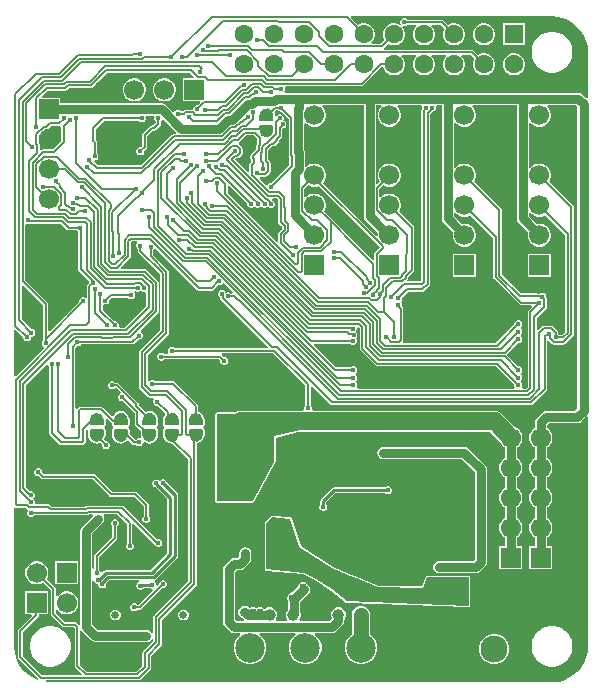
<source format=gbl>
G04*
G04 #@! TF.GenerationSoftware,Altium Limited,Altium Designer,21.5.1 (32)*
G04*
G04 Layer_Physical_Order=2*
G04 Layer_Color=16711680*
%FSLAX25Y25*%
%MOIN*%
G70*
G04*
G04 #@! TF.SameCoordinates,8B6BA037-C385-438B-B8BE-B681DC7B7FEC*
G04*
G04*
G04 #@! TF.FilePolarity,Positive*
G04*
G01*
G75*
%ADD14C,0.01000*%
%ADD15C,0.00800*%
%ADD17C,0.00700*%
%ADD92C,0.03000*%
%ADD93C,0.00900*%
%ADD95C,0.05000*%
%ADD96C,0.06693*%
%ADD97R,0.06693X0.06693*%
%ADD98R,0.06693X0.06693*%
%ADD99C,0.09843*%
%ADD100C,0.02559*%
%ADD101O,0.03937X0.06299*%
%ADD102O,0.03937X0.08268*%
%ADD103C,0.06299*%
%ADD104R,0.06299X0.06299*%
%ADD105C,0.09055*%
%ADD106R,0.09055X0.09055*%
%ADD107C,0.01600*%
%ADD108C,0.02100*%
%ADD109C,0.02400*%
%ADD110C,0.03937*%
%ADD111C,0.02362*%
%ADD112C,0.06000*%
G36*
X167220Y210065D02*
Y210065D01*
X167710Y210039D01*
X169096Y209930D01*
X170925Y209491D01*
X172662Y208771D01*
X174266Y207788D01*
X175697Y206567D01*
X176918Y205136D01*
X177901Y203533D01*
X178621Y201795D01*
X179060Y199966D01*
X179203Y198152D01*
X179194Y198091D01*
Y182860D01*
X178694Y182652D01*
X177405Y183942D01*
X176743Y184384D01*
X175963Y184539D01*
X78134D01*
X77927Y185039D01*
X78102Y185214D01*
X78300Y185692D01*
Y186209D01*
X78290Y186234D01*
X78624Y186734D01*
X103757D01*
X104088Y186800D01*
X104369Y186988D01*
X110484Y193102D01*
X110978Y193043D01*
X111099Y192591D01*
X111580Y191759D01*
X112259Y191080D01*
X113091Y190599D01*
X114020Y190350D01*
X114980D01*
X115909Y190599D01*
X116741Y191080D01*
X117420Y191759D01*
X117901Y192591D01*
X118150Y193519D01*
Y194481D01*
X117901Y195409D01*
X117420Y196241D01*
X117028Y196633D01*
X117236Y197133D01*
X121765D01*
X121972Y196633D01*
X121580Y196241D01*
X121099Y195409D01*
X120850Y194481D01*
Y193519D01*
X121099Y192591D01*
X121580Y191759D01*
X122259Y191080D01*
X123091Y190599D01*
X124020Y190350D01*
X124980D01*
X125909Y190599D01*
X126741Y191080D01*
X127420Y191759D01*
X127901Y192591D01*
X128150Y193519D01*
Y194481D01*
X127901Y195409D01*
X127420Y196241D01*
X127028Y196633D01*
X127235Y197133D01*
X131764D01*
X131972Y196633D01*
X131580Y196241D01*
X131099Y195409D01*
X130850Y194481D01*
Y193519D01*
X131099Y192591D01*
X131580Y191759D01*
X132259Y191080D01*
X133091Y190599D01*
X134019Y190350D01*
X134980D01*
X135909Y190599D01*
X136741Y191080D01*
X137420Y191759D01*
X137901Y192591D01*
X138150Y193519D01*
Y194481D01*
X137901Y195409D01*
X137420Y196241D01*
X137028Y196633D01*
X137235Y197133D01*
X140141D01*
X141380Y195895D01*
X141099Y195409D01*
X140850Y194481D01*
Y193519D01*
X141099Y192591D01*
X141580Y191759D01*
X142259Y191080D01*
X143091Y190599D01*
X144019Y190350D01*
X144981D01*
X145909Y190599D01*
X146741Y191080D01*
X147420Y191759D01*
X147901Y192591D01*
X148150Y193519D01*
Y194481D01*
X147901Y195409D01*
X147420Y196241D01*
X146741Y196920D01*
X145909Y197401D01*
X144981Y197650D01*
X144019D01*
X143091Y197401D01*
X142605Y197120D01*
X141113Y198612D01*
X140832Y198800D01*
X140500Y198866D01*
X111233D01*
X111081Y199366D01*
X111113Y199388D01*
X112605Y200880D01*
X113091Y200599D01*
X114020Y200350D01*
X114980D01*
X115909Y200599D01*
X116741Y201080D01*
X117420Y201759D01*
X117901Y202591D01*
X118150Y203520D01*
Y204481D01*
X117901Y205409D01*
X117420Y206241D01*
X117334Y206328D01*
X117617Y206752D01*
X117741Y206700D01*
X118259D01*
X118736Y206898D01*
X118972Y207133D01*
X121765D01*
X121972Y206633D01*
X121580Y206241D01*
X121099Y205409D01*
X120850Y204481D01*
Y203520D01*
X121099Y202591D01*
X121580Y201759D01*
X122259Y201080D01*
X123091Y200599D01*
X124020Y200350D01*
X124980D01*
X125909Y200599D01*
X126741Y201080D01*
X127420Y201759D01*
X127901Y202591D01*
X128150Y203520D01*
Y204481D01*
X127901Y205409D01*
X127420Y206241D01*
X127028Y206633D01*
X127235Y207133D01*
X130141D01*
X131380Y205895D01*
X131099Y205409D01*
X130850Y204481D01*
Y203520D01*
X131099Y202591D01*
X131580Y201759D01*
X132259Y201080D01*
X133091Y200599D01*
X134019Y200350D01*
X134980D01*
X135909Y200599D01*
X136741Y201080D01*
X137420Y201759D01*
X137901Y202591D01*
X138150Y203520D01*
Y204481D01*
X137901Y205409D01*
X137420Y206241D01*
X136741Y206920D01*
X135909Y207401D01*
X134980Y207650D01*
X134019D01*
X133091Y207401D01*
X132605Y207120D01*
X131113Y208613D01*
X130832Y208801D01*
X130500Y208867D01*
X118972D01*
X118736Y209102D01*
X118259Y209300D01*
X117741D01*
X117264Y209102D01*
X116898Y208736D01*
X116700Y208259D01*
Y207741D01*
X116820Y207452D01*
X116423Y207104D01*
X115909Y207401D01*
X114980Y207650D01*
X114020D01*
X113091Y207401D01*
X112259Y206920D01*
X111580Y206241D01*
X111099Y205409D01*
X110850Y204481D01*
Y203520D01*
X111099Y202591D01*
X111380Y202105D01*
X110141Y200867D01*
X107236D01*
X107028Y201367D01*
X107420Y201759D01*
X107901Y202591D01*
X108150Y203520D01*
Y204481D01*
X107901Y205409D01*
X107420Y206241D01*
X106741Y206920D01*
X105909Y207401D01*
X104981Y207650D01*
X104019D01*
X103091Y207401D01*
X102605Y207120D01*
X100123Y209603D01*
X100314Y210065D01*
X166721D01*
X167220Y210065D01*
D02*
G37*
G36*
X47952Y189808D02*
X47761Y189347D01*
X44154D01*
Y181653D01*
X49775D01*
X49966Y181192D01*
X49074Y180300D01*
X48741D01*
X48264Y180102D01*
X47898Y179736D01*
X47700Y179259D01*
Y179110D01*
X47456Y178910D01*
X45035D01*
X44704Y178844D01*
X44422Y178656D01*
X44213Y178447D01*
X43552D01*
X43316Y178682D01*
X42839Y178880D01*
X42321D01*
X41844Y178682D01*
X41478Y178316D01*
X41477Y178314D01*
X40887Y178197D01*
X38642Y180442D01*
X37981Y180884D01*
X37200Y181039D01*
X3347D01*
Y182846D01*
X-2670D01*
X-2861Y183308D01*
X-895Y185275D01*
X4950D01*
X5281Y185341D01*
X5562Y185529D01*
X6167Y186133D01*
X13565D01*
X13897Y186199D01*
X14178Y186387D01*
X18924Y191133D01*
X46627D01*
X47952Y189808D01*
D02*
G37*
G36*
X73133Y178695D02*
X73695Y178133D01*
X74000Y177398D01*
Y177000D01*
Y175500D01*
X70000D01*
Y177500D01*
Y177798D01*
X70228Y178350D01*
X70650Y178772D01*
X71202Y179000D01*
X72398D01*
X73133Y178695D01*
D02*
G37*
G36*
X34784Y176461D02*
X34700Y176259D01*
Y175741D01*
X34898Y175264D01*
X35133Y175028D01*
Y174506D01*
X34277Y173649D01*
X33739D01*
X33407Y173583D01*
X33126Y173395D01*
X30887Y171156D01*
X30699Y170875D01*
X30633Y170544D01*
Y166859D01*
X30074Y166300D01*
X29741D01*
X29264Y166102D01*
X28898Y165736D01*
X28700Y165259D01*
Y164741D01*
X28898Y164264D01*
X29264Y163898D01*
X29741Y163700D01*
X30259D01*
X30736Y163898D01*
X31102Y164264D01*
X31300Y164741D01*
Y165074D01*
X32113Y165887D01*
X32301Y166168D01*
X32367Y166500D01*
Y170185D01*
X34098Y171916D01*
X34636D01*
X34967Y171982D01*
X35248Y172170D01*
X36613Y173534D01*
X36801Y173815D01*
X36867Y174147D01*
Y175028D01*
X37102Y175264D01*
X37173Y175436D01*
X37762Y175555D01*
X41950Y171367D01*
X41743Y170867D01*
X41106D01*
X40774Y170801D01*
X40493Y170613D01*
X31542Y161661D01*
X31488Y161651D01*
X31207Y161463D01*
X30110Y160367D01*
X15859D01*
X14670Y161556D01*
X14877Y162056D01*
X15004D01*
X15481Y162254D01*
X15847Y162619D01*
X16045Y163097D01*
Y163614D01*
X15847Y164092D01*
X15612Y164328D01*
Y168022D01*
X15546Y168354D01*
X15358Y168635D01*
X15167Y168826D01*
Y172532D01*
X17768Y175133D01*
X29528D01*
X29764Y174898D01*
X30241Y174700D01*
X30759D01*
X31236Y174898D01*
X31602Y175264D01*
X31800Y175741D01*
Y176259D01*
X31716Y176461D01*
X32031Y176961D01*
X34469D01*
X34784Y176461D01*
D02*
G37*
G36*
X123958Y179961D02*
X123879Y179771D01*
Y179254D01*
X123902Y179200D01*
X123749Y178972D01*
X123683Y178640D01*
Y121677D01*
X123641Y121634D01*
X119015D01*
X118824Y122096D01*
X119009Y122282D01*
X119197Y122563D01*
X119263Y122895D01*
Y123038D01*
X121113Y124887D01*
X121301Y125168D01*
X121367Y125500D01*
Y139591D01*
X121301Y139922D01*
X121113Y140203D01*
X116264Y145052D01*
X116584Y145606D01*
X116847Y146584D01*
Y147597D01*
X116584Y148575D01*
X116078Y149452D01*
X115362Y150169D01*
X114485Y150675D01*
X113506Y150937D01*
X112494D01*
X111515Y150675D01*
X110638Y150169D01*
X110170Y149701D01*
X109670Y149908D01*
Y152535D01*
X110961Y153826D01*
X111515Y153506D01*
X112494Y153244D01*
X113506D01*
X114485Y153506D01*
X115362Y154013D01*
X116078Y154729D01*
X116584Y155606D01*
X116847Y156584D01*
Y157597D01*
X116584Y158575D01*
X116078Y159452D01*
X115362Y160169D01*
X114485Y160675D01*
X113506Y160937D01*
X112494D01*
X111515Y160675D01*
X110638Y160169D01*
X109922Y159452D01*
X109416Y158575D01*
X109153Y157597D01*
Y156584D01*
X109416Y155606D01*
X109736Y155052D01*
X108955Y154271D01*
X108493Y154462D01*
Y180461D01*
X110223D01*
X110431Y179961D01*
X109922Y179452D01*
X109416Y178575D01*
X109153Y177597D01*
Y176584D01*
X109416Y175606D01*
X109922Y174729D01*
X110638Y174013D01*
X111515Y173506D01*
X112494Y173244D01*
X113506D01*
X114485Y173506D01*
X115362Y174013D01*
X116078Y174729D01*
X116584Y175606D01*
X116847Y176584D01*
Y177597D01*
X116584Y178575D01*
X116078Y179452D01*
X115569Y179961D01*
X115777Y180461D01*
X123636D01*
X123958Y179961D01*
D02*
G37*
G36*
X175681Y179898D02*
Y79435D01*
X174785Y78539D01*
X165257D01*
X164477Y78384D01*
X163815Y77942D01*
X162058Y76185D01*
X161616Y75523D01*
X161461Y74743D01*
Y72855D01*
X161138Y72668D01*
X160422Y71952D01*
X159916Y71075D01*
X159653Y70097D01*
Y69084D01*
X159916Y68106D01*
X160422Y67229D01*
X161138Y66513D01*
X161461Y66326D01*
Y62855D01*
X161138Y62669D01*
X160422Y61952D01*
X159916Y61075D01*
X159653Y60097D01*
Y59084D01*
X159916Y58106D01*
X160422Y57229D01*
X161138Y56513D01*
X161461Y56326D01*
Y52855D01*
X161138Y52668D01*
X160422Y51952D01*
X159916Y51075D01*
X159653Y50097D01*
Y49084D01*
X159916Y48106D01*
X160422Y47229D01*
X161138Y46513D01*
X161461Y46326D01*
Y42855D01*
X161138Y42669D01*
X160422Y41952D01*
X159916Y41075D01*
X159653Y40097D01*
Y39084D01*
X159916Y38106D01*
X160422Y37229D01*
X161138Y36513D01*
X161461Y36326D01*
Y33437D01*
X159653D01*
Y25744D01*
X167347D01*
Y33437D01*
X165539D01*
Y36326D01*
X165862Y36513D01*
X166578Y37229D01*
X167084Y38106D01*
X167347Y39084D01*
Y40097D01*
X167084Y41075D01*
X166578Y41952D01*
X165862Y42669D01*
X165539Y42855D01*
Y46326D01*
X165862Y46513D01*
X166578Y47229D01*
X167084Y48106D01*
X167347Y49084D01*
Y50097D01*
X167084Y51075D01*
X166578Y51952D01*
X165862Y52668D01*
X165539Y52855D01*
Y56326D01*
X165862Y56513D01*
X166578Y57229D01*
X167084Y58106D01*
X167347Y59084D01*
Y60097D01*
X167084Y61075D01*
X166578Y61952D01*
X165862Y62669D01*
X165539Y62855D01*
Y66326D01*
X165862Y66513D01*
X166578Y67229D01*
X167084Y68106D01*
X167347Y69084D01*
Y70097D01*
X167084Y71075D01*
X166578Y71952D01*
X165862Y72668D01*
X165539Y72855D01*
Y73898D01*
X166102Y74461D01*
X175630D01*
X176410Y74616D01*
X177072Y75058D01*
X178694Y76681D01*
X179194Y76474D01*
Y0D01*
X179203Y-61D01*
X179060Y-1875D01*
X178621Y-3704D01*
X177901Y-5442D01*
X176918Y-7046D01*
X175697Y-8476D01*
X174266Y-9698D01*
X172662Y-10680D01*
X170925Y-11400D01*
X169096Y-11839D01*
X167710Y-11948D01*
X167220Y-11974D01*
X167220Y-11974D01*
X167220Y-11974D01*
X0D01*
X-61Y-11982D01*
X-1529Y-11867D01*
X-1509Y-11367D01*
X29500D01*
X29832Y-11301D01*
X30113Y-11113D01*
X33361Y-7864D01*
X33549Y-7583D01*
X33615Y-7252D01*
Y-3108D01*
X36604Y-119D01*
X36613Y-113D01*
X36961Y236D01*
X37149Y517D01*
X37215Y848D01*
Y8793D01*
X48613Y20190D01*
X48801Y20471D01*
X48867Y20803D01*
Y67145D01*
X48924Y67628D01*
X48968Y67637D01*
X49257Y67675D01*
X49962Y67967D01*
X50568Y68432D01*
X51033Y69037D01*
X51325Y69743D01*
X51425Y70500D01*
X51418D01*
Y72000D01*
X51348Y72351D01*
X51149Y72649D01*
X51043Y72719D01*
Y73281D01*
X51149Y73351D01*
X51348Y73649D01*
X51418Y74000D01*
Y75500D01*
X51425D01*
X51325Y76257D01*
X51033Y76963D01*
X50568Y77568D01*
X49962Y78033D01*
X49367Y78280D01*
Y80000D01*
X49301Y80332D01*
X49113Y80613D01*
X41613Y88113D01*
X41332Y88301D01*
X41000Y88367D01*
X34972D01*
X34736Y88602D01*
X34259Y88800D01*
X33741D01*
X33264Y88602D01*
X33067Y88405D01*
X32567Y88612D01*
Y97144D01*
X39313Y103890D01*
X39501Y104171D01*
X39567Y104503D01*
Y124800D01*
X39501Y125132D01*
X39313Y125413D01*
X34367Y130359D01*
Y132119D01*
X34602Y132354D01*
X34612Y132379D01*
X35202Y132496D01*
X48865Y118833D01*
X49146Y118645D01*
X49478Y118579D01*
X53755D01*
X54087Y118645D01*
X54368Y118833D01*
X55892Y120357D01*
X55907Y120352D01*
X56424D01*
X56902Y120549D01*
X57267Y120915D01*
X57278Y120940D01*
X57867Y121057D01*
X60854Y118070D01*
X60647Y117570D01*
X60172D01*
X59936Y117806D01*
X59459Y118003D01*
X58941D01*
X58548Y117841D01*
X58372Y118267D01*
X58006Y118632D01*
X57528Y118830D01*
X57011D01*
X56533Y118632D01*
X56167Y118267D01*
X55970Y117789D01*
Y117272D01*
X56167Y116794D01*
X56533Y116428D01*
X56575Y116411D01*
Y116128D01*
X56641Y115797D01*
X56829Y115516D01*
X72425Y99919D01*
X72234Y99457D01*
X41472D01*
X41236Y99693D01*
X40759Y99891D01*
X40241D01*
X39764Y99693D01*
X39398Y99327D01*
X39200Y98849D01*
Y98332D01*
X39355Y97957D01*
X39206Y97609D01*
X39088Y97457D01*
X37972D01*
X37736Y97693D01*
X37259Y97891D01*
X36741D01*
X36264Y97693D01*
X35898Y97327D01*
X35700Y96849D01*
Y96332D01*
X35898Y95854D01*
X36264Y95489D01*
X36741Y95291D01*
X37259D01*
X37736Y95489D01*
X37972Y95724D01*
X56141D01*
X56700Y95165D01*
Y94832D01*
X56898Y94354D01*
X57264Y93989D01*
X57741Y93791D01*
X58259D01*
X58736Y93989D01*
X59102Y94354D01*
X59300Y94832D01*
Y95349D01*
X59102Y95827D01*
X58736Y96193D01*
X58259Y96391D01*
X57926D01*
X57113Y97203D01*
X57082Y97224D01*
X57234Y97724D01*
X74353D01*
X85047Y87030D01*
Y80272D01*
X84812Y80036D01*
X84614Y79559D01*
Y79041D01*
X84619Y79030D01*
X84285Y78530D01*
X63500D01*
X62586Y78410D01*
X61735Y78057D01*
X61714Y78041D01*
X55500D01*
X55117Y77883D01*
X54959Y77500D01*
Y48500D01*
X55117Y48117D01*
X55500Y47959D01*
X67535D01*
X67609Y47990D01*
X67690Y47981D01*
X67794Y48066D01*
X67918Y48117D01*
X67949Y48192D01*
X68011Y48243D01*
X75032Y61243D01*
X75046Y61376D01*
X75097Y61500D01*
Y69579D01*
X82524Y71470D01*
X146628D01*
X149888Y68211D01*
X149916Y68106D01*
X150422Y67229D01*
X151138Y66513D01*
X151461Y66326D01*
Y62855D01*
X151138Y62669D01*
X150422Y61952D01*
X149916Y61075D01*
X149653Y60097D01*
Y59084D01*
X149916Y58106D01*
X150422Y57229D01*
X151138Y56513D01*
X151461Y56326D01*
Y52855D01*
X151138Y52668D01*
X150422Y51952D01*
X149916Y51075D01*
X149653Y50097D01*
Y49084D01*
X149916Y48106D01*
X150422Y47229D01*
X151138Y46513D01*
X151461Y46326D01*
Y42855D01*
X151138Y42669D01*
X150422Y41952D01*
X149916Y41075D01*
X149653Y40097D01*
Y39084D01*
X149916Y38106D01*
X150422Y37229D01*
X151138Y36513D01*
X151461Y36326D01*
Y33437D01*
X149653D01*
Y25744D01*
X157346D01*
Y33437D01*
X155539D01*
Y36326D01*
X155862Y36513D01*
X156578Y37229D01*
X157084Y38106D01*
X157346Y39084D01*
Y40097D01*
X157084Y41075D01*
X156578Y41952D01*
X155862Y42669D01*
X155539Y42855D01*
Y46326D01*
X155862Y46513D01*
X156578Y47229D01*
X157084Y48106D01*
X157346Y49084D01*
Y50097D01*
X157084Y51075D01*
X156578Y51952D01*
X155862Y52668D01*
X155539Y52855D01*
Y56326D01*
X155862Y56513D01*
X156578Y57229D01*
X157084Y58106D01*
X157346Y59084D01*
Y60097D01*
X157084Y61075D01*
X156578Y61952D01*
X155862Y62669D01*
X155539Y62855D01*
Y66326D01*
X155862Y66513D01*
X156578Y67229D01*
X157084Y68106D01*
X157346Y69084D01*
Y70097D01*
X157084Y71075D01*
X156578Y71952D01*
X155862Y72668D01*
X154985Y73175D01*
X154880Y73203D01*
X150587Y77496D01*
X149856Y78057D01*
X149004Y78410D01*
X148091Y78530D01*
X87543D01*
X87209Y79030D01*
X87214Y79041D01*
Y79559D01*
X87016Y80036D01*
X86781Y80272D01*
Y86566D01*
X87243Y86757D01*
X93240Y80760D01*
X93521Y80572D01*
X93853Y80506D01*
X160373D01*
X160705Y80572D01*
X160986Y80760D01*
X165395Y85169D01*
X165583Y85450D01*
X165649Y85782D01*
Y101675D01*
X166149Y101882D01*
X167204Y100828D01*
X167485Y100640D01*
X167817Y100574D01*
X171047D01*
X171379Y100640D01*
X171660Y100828D01*
X174313Y103481D01*
X174501Y103762D01*
X174567Y104094D01*
Y146391D01*
X174501Y146722D01*
X174313Y147003D01*
X166264Y155052D01*
X166584Y155606D01*
X166847Y156584D01*
Y157597D01*
X166584Y158575D01*
X166078Y159452D01*
X165362Y160169D01*
X164485Y160675D01*
X163506Y160937D01*
X162494D01*
X161515Y160675D01*
X160638Y160169D01*
X160039Y159569D01*
X159539Y159735D01*
Y174446D01*
X160039Y174612D01*
X160638Y174013D01*
X161515Y173506D01*
X162494Y173244D01*
X163506D01*
X164485Y173506D01*
X165362Y174013D01*
X166078Y174729D01*
X166584Y175606D01*
X166847Y176584D01*
Y177597D01*
X166584Y178575D01*
X166078Y179452D01*
X165569Y179961D01*
X165777Y180461D01*
X175118D01*
X175681Y179898D01*
D02*
G37*
G36*
X155461Y142687D02*
X155616Y141907D01*
X156058Y141245D01*
X159270Y138033D01*
X159153Y137597D01*
Y136584D01*
X159416Y135606D01*
X159922Y134729D01*
X160638Y134013D01*
X161515Y133506D01*
X162494Y133244D01*
X163506D01*
X164485Y133506D01*
X165362Y134013D01*
X166078Y134729D01*
X166584Y135606D01*
X166847Y136584D01*
Y137597D01*
X166584Y138575D01*
X166078Y139452D01*
X165362Y140168D01*
X164485Y140675D01*
X163506Y140937D01*
X162494D01*
X162210Y140861D01*
X159539Y143532D01*
Y144446D01*
X160039Y144612D01*
X160638Y144013D01*
X161515Y143506D01*
X162494Y143244D01*
X163506D01*
X164485Y143506D01*
X165039Y143826D01*
X171633Y137232D01*
Y104950D01*
X170641Y103957D01*
X169472D01*
X169367Y104062D01*
Y104591D01*
X169301Y104922D01*
X169113Y105203D01*
X167613Y106703D01*
X167332Y106891D01*
X167000Y106957D01*
X164500D01*
X164168Y106891D01*
X163887Y106703D01*
X162567Y105383D01*
X162067Y105590D01*
Y109432D01*
X165263Y112628D01*
X165451Y112909D01*
X165517Y113241D01*
Y115941D01*
X165451Y116272D01*
X165300Y116498D01*
Y116849D01*
X165102Y117327D01*
X164736Y117693D01*
X164259Y117891D01*
X163741D01*
X163264Y117693D01*
X163200Y117629D01*
X162487D01*
X162347Y117657D01*
X156859D01*
X150567Y123950D01*
Y145391D01*
X150501Y145722D01*
X150313Y146003D01*
X141264Y155052D01*
X141584Y155606D01*
X141847Y156584D01*
Y157597D01*
X141584Y158575D01*
X141078Y159452D01*
X140362Y160169D01*
X139485Y160675D01*
X138506Y160937D01*
X137494D01*
X136515Y160675D01*
X135638Y160169D01*
X135039Y159569D01*
X134539Y159735D01*
Y174446D01*
X135039Y174612D01*
X135638Y174013D01*
X136515Y173506D01*
X137494Y173244D01*
X138506D01*
X139485Y173506D01*
X140362Y174013D01*
X141078Y174729D01*
X141584Y175606D01*
X141847Y176584D01*
Y177597D01*
X141584Y178575D01*
X141078Y179452D01*
X140569Y179961D01*
X140777Y180461D01*
X155461D01*
Y142687D01*
D02*
G37*
G36*
X104414Y143314D02*
X104570Y142533D01*
X105012Y141872D01*
X109182Y137702D01*
X109153Y137597D01*
Y136935D01*
X108653Y136728D01*
X90865Y154516D01*
X91078Y154729D01*
X91584Y155606D01*
X91847Y156584D01*
Y157597D01*
X91584Y158575D01*
X91078Y159452D01*
X90362Y160169D01*
X89485Y160675D01*
X88506Y160937D01*
X87494D01*
X86515Y160675D01*
X85638Y160169D01*
X85343Y159873D01*
X84843Y160080D01*
Y164726D01*
X84843Y164726D01*
X84693Y165480D01*
Y174251D01*
X85193Y174458D01*
X85638Y174013D01*
X86515Y173506D01*
X87494Y173244D01*
X88506D01*
X89485Y173506D01*
X90362Y174013D01*
X91078Y174729D01*
X91584Y175606D01*
X91847Y176584D01*
Y177597D01*
X91584Y178575D01*
X91078Y179452D01*
X90569Y179961D01*
X90776Y180461D01*
X104414D01*
Y143314D01*
D02*
G37*
G36*
X74000Y171500D02*
Y171202D01*
X73772Y170650D01*
X73350Y170228D01*
X72798Y170000D01*
X71602D01*
X70867Y170305D01*
X70305Y170867D01*
X70000Y171602D01*
Y172000D01*
Y173500D01*
X74000D01*
Y171500D01*
D02*
G37*
G36*
X3165Y173559D02*
X3558Y173297D01*
X3633Y173201D01*
Y168424D01*
X879Y165670D01*
X-2328D01*
X-2660Y165604D01*
X-2941Y165416D01*
X-3021Y165336D01*
X-3483Y165527D01*
Y167183D01*
X-3549Y167515D01*
X-3737Y167796D01*
X-3830Y167889D01*
Y170379D01*
X-1879Y172330D01*
X-1304D01*
X-972Y172396D01*
X-691Y172584D01*
X255Y173530D01*
X2992D01*
X3150Y173561D01*
X3165Y173559D01*
D02*
G37*
G36*
X68534Y169740D02*
X68535Y169736D01*
X68723Y169455D01*
X68913Y169265D01*
Y167505D01*
X68837Y167429D01*
X68649Y167148D01*
X68583Y166817D01*
Y165708D01*
X66914Y164039D01*
X66726Y163758D01*
X66661Y163426D01*
Y162846D01*
X66726Y162515D01*
X66910Y162240D01*
Y161589D01*
X66564Y161243D01*
X66376Y160962D01*
X66310Y160630D01*
Y158238D01*
X65848Y158047D01*
X61621Y162275D01*
X61984Y162638D01*
X62261D01*
X62593Y162704D01*
X62874Y162891D01*
X63841Y163858D01*
X64029Y164139D01*
X64094Y164471D01*
Y165838D01*
X64029Y166170D01*
X63841Y166451D01*
X62874Y167417D01*
X62781Y167480D01*
X62795Y167773D01*
X62851Y168025D01*
X63086Y168182D01*
X65238Y170333D01*
X67941D01*
X68534Y169740D01*
D02*
G37*
G36*
X76264Y178398D02*
X76741Y178200D01*
X77074D01*
X79437Y175838D01*
Y163903D01*
X79503Y163571D01*
X79587Y163445D01*
Y160513D01*
X73574Y154500D01*
X73241D01*
X72764Y154302D01*
X72398Y153936D01*
X72388Y153912D01*
X71798Y153794D01*
X69736Y155856D01*
X69841Y156432D01*
X70132Y156593D01*
X70203Y156579D01*
X71570D01*
X71902Y156645D01*
X72183Y156833D01*
X73149Y157799D01*
X73337Y158080D01*
X73403Y158412D01*
Y161040D01*
X73337Y161372D01*
X73149Y161653D01*
X72717Y162086D01*
Y165463D01*
X73936Y166683D01*
X74343D01*
X74675Y166749D01*
X74956Y166937D01*
X76113Y168094D01*
X76301Y168375D01*
X76367Y168707D01*
Y168848D01*
X77063Y169544D01*
X77251Y169825D01*
X77317Y170157D01*
Y172448D01*
X77569Y172700D01*
X77659D01*
X78136Y172898D01*
X78502Y173264D01*
X78700Y173741D01*
Y174259D01*
X78502Y174736D01*
X78136Y175102D01*
X78015Y175153D01*
X77666Y175331D01*
X77765Y175756D01*
X77800Y175841D01*
Y176359D01*
X77602Y176836D01*
X77236Y177202D01*
X76759Y177400D01*
X76241D01*
X75764Y177202D01*
X75418Y176856D01*
X75367Y176859D01*
X74925Y177000D01*
X74825Y177757D01*
X74725Y177999D01*
X75359Y178633D01*
X76028D01*
X76264Y178398D01*
D02*
G37*
G36*
X5549Y138887D02*
X5830Y138699D01*
X6162Y138633D01*
X9028D01*
X9264Y138398D01*
X9283Y138390D01*
Y125850D01*
X9349Y125518D01*
X9537Y125237D01*
X13039Y121735D01*
X12942Y121501D01*
Y121168D01*
X12387Y120613D01*
X12199Y120332D01*
X12133Y120000D01*
Y116412D01*
X11981Y116294D01*
X11633Y116145D01*
X11259Y116300D01*
X10741D01*
X10264Y116102D01*
X9898Y115736D01*
X9700Y115259D01*
Y114926D01*
X-240Y104986D01*
X-702Y105177D01*
Y114068D01*
X-768Y114400D01*
X-955Y114681D01*
X-8383Y122109D01*
Y140418D01*
X-7883Y140752D01*
X-7759Y140700D01*
X-7241D01*
X-6764Y140898D01*
X-6728Y140933D01*
X3503D01*
X5549Y138887D01*
D02*
G37*
G36*
X65700Y147574D02*
Y147241D01*
X65898Y146764D01*
X66264Y146398D01*
X66741Y146200D01*
X67259D01*
X67736Y146398D01*
X68050Y146712D01*
X68364Y146398D01*
X68841Y146200D01*
X69359D01*
X69836Y146398D01*
X69923Y146485D01*
X70250Y146728D01*
X70577Y146485D01*
X70664Y146398D01*
X71141Y146200D01*
X71659D01*
X72136Y146398D01*
X72450Y146712D01*
X72764Y146398D01*
X73241Y146200D01*
X73759D01*
X74236Y146398D01*
X74602Y146764D01*
X74800Y147241D01*
Y147759D01*
X74602Y148236D01*
X74236Y148602D01*
X73979Y148709D01*
X73884Y148883D01*
X74182Y149383D01*
X75394D01*
X75933Y148844D01*
Y141533D01*
X75999Y141202D01*
X76187Y140921D01*
X77283Y139824D01*
Y139175D01*
X76187Y138079D01*
X75999Y137798D01*
X75933Y137467D01*
Y134999D01*
X75433Y134792D01*
X59151Y151075D01*
Y153470D01*
X59613Y153661D01*
X65700Y147574D01*
D02*
G37*
G36*
X86515Y153506D02*
X87494Y153244D01*
X88506D01*
X89437Y153493D01*
X109860Y133071D01*
X108191Y131402D01*
X108003Y131121D01*
X107937Y130789D01*
Y128942D01*
X107475Y128751D01*
X102450Y133775D01*
X102268Y134048D01*
X94009Y142307D01*
X94009Y142307D01*
X91264Y145052D01*
X91584Y145606D01*
X91847Y146584D01*
Y147597D01*
X91584Y148575D01*
X91078Y149452D01*
X90362Y150169D01*
X89485Y150675D01*
X88506Y150937D01*
X87494D01*
X86515Y150675D01*
X85638Y150169D01*
X85170Y149700D01*
X84670Y149908D01*
Y152535D01*
X85961Y153826D01*
X86515Y153506D01*
D02*
G37*
G36*
X30471Y118398D02*
X30949Y118200D01*
X31466D01*
X31491Y118210D01*
X31991Y117876D01*
Y113494D01*
X24763Y106267D01*
X23124D01*
X22790Y106767D01*
X22800Y106791D01*
Y107309D01*
X22602Y107786D01*
X22236Y108152D01*
X21759Y108350D01*
X21376D01*
X17517Y112209D01*
Y113667D01*
X18017Y114002D01*
X18079Y113976D01*
X18597D01*
X19074Y114173D01*
X19440Y114539D01*
X19638Y115017D01*
Y115350D01*
X20467Y116179D01*
X25983D01*
X26218Y115943D01*
X26696Y115745D01*
X27213D01*
X27691Y115943D01*
X28057Y116309D01*
X28255Y116787D01*
Y117304D01*
X28057Y117782D01*
X27949Y117890D01*
X28113Y118433D01*
X28298Y118471D01*
X28371Y118398D01*
X28849Y118200D01*
X29366D01*
X29844Y118398D01*
X30158Y118711D01*
X30471Y118398D01*
D02*
G37*
G36*
X-2435Y113709D02*
Y102604D01*
X-2369Y102272D01*
X-2303Y102174D01*
X-2305Y102170D01*
X-2670Y101805D01*
X-2868Y101327D01*
Y100810D01*
X-2670Y100332D01*
X-2305Y99966D01*
X-2280Y99956D01*
X-2162Y99366D01*
X-11512Y90016D01*
X-11974Y90208D01*
Y105395D01*
X-11512Y105587D01*
X-9000Y103074D01*
Y102741D01*
X-8802Y102264D01*
X-8436Y101898D01*
X-7959Y101700D01*
X-7441D01*
X-6964Y101898D01*
X-6598Y102264D01*
X-6400Y102741D01*
Y103254D01*
X-6029D01*
X-5552Y103452D01*
X-5186Y103818D01*
X-4988Y104296D01*
Y104813D01*
X-5186Y105291D01*
X-5552Y105657D01*
X-6029Y105854D01*
X-6362D01*
X-9583Y109075D01*
Y120204D01*
X-9121Y120396D01*
X-2435Y113709D01*
D02*
G37*
G36*
X103133Y106038D02*
Y99294D01*
X103199Y98962D01*
X103387Y98681D01*
X108402Y93667D01*
X108683Y93479D01*
X109015Y93413D01*
X148405D01*
X154700Y87118D01*
Y86785D01*
X154836Y86457D01*
X154594Y85957D01*
X102477D01*
X102194Y86457D01*
X102300Y86714D01*
Y87231D01*
X102102Y87709D01*
X101868Y87943D01*
X101784Y88252D01*
X101868Y88561D01*
X102102Y88795D01*
X102300Y89273D01*
Y89790D01*
X102102Y90268D01*
X101868Y90502D01*
X101784Y90811D01*
X101868Y91120D01*
X102102Y91354D01*
X102300Y91832D01*
Y92349D01*
X102102Y92827D01*
X101736Y93193D01*
X101259Y93391D01*
X100741D01*
X100264Y93193D01*
X100052Y92981D01*
X95183D01*
X87735Y100429D01*
X87926Y100891D01*
X100003D01*
X100238Y100656D01*
X100716Y100458D01*
X101233D01*
X101711Y100656D01*
X102077Y101021D01*
X102275Y101499D01*
Y102016D01*
X102077Y102494D01*
X101811Y102760D01*
X102170Y103119D01*
X102368Y103597D01*
Y104114D01*
X102170Y104592D01*
X101804Y104958D01*
X101797Y104995D01*
X102015Y105214D01*
X102213Y105691D01*
Y106209D01*
X102653Y106436D01*
X102713Y106458D01*
X103133Y106038D01*
D02*
G37*
G36*
X130461Y142687D02*
X130616Y141907D01*
X131058Y141245D01*
X134270Y138033D01*
X134153Y137597D01*
Y136584D01*
X134416Y135606D01*
X134922Y134729D01*
X135638Y134013D01*
X136515Y133506D01*
X137494Y133244D01*
X138506D01*
X139485Y133506D01*
X140362Y134013D01*
X141078Y134729D01*
X141584Y135606D01*
X141847Y136584D01*
Y137597D01*
X141584Y138575D01*
X141078Y139452D01*
X140362Y140168D01*
X139485Y140675D01*
X138506Y140937D01*
X137494D01*
X137210Y140861D01*
X134539Y143532D01*
Y144446D01*
X135039Y144612D01*
X135638Y144013D01*
X136515Y143506D01*
X137494Y143244D01*
X138506D01*
X139485Y143506D01*
X140039Y143826D01*
X147633Y136232D01*
Y123094D01*
X147699Y122762D01*
X147887Y122481D01*
X156390Y113978D01*
X156671Y113790D01*
X157003Y113724D01*
X160254D01*
X160446Y113262D01*
X159387Y112203D01*
X159199Y111922D01*
X159133Y111591D01*
Y86450D01*
X158641Y85957D01*
X157406D01*
X157164Y86457D01*
X157300Y86785D01*
Y87302D01*
X157102Y87780D01*
X156868Y88014D01*
X156784Y88323D01*
X156868Y88632D01*
X157102Y88866D01*
X157300Y89344D01*
Y89861D01*
X157102Y90339D01*
X156868Y90573D01*
X156784Y90882D01*
X156868Y91191D01*
X157102Y91425D01*
X157300Y91903D01*
Y92420D01*
X157102Y92898D01*
X156736Y93264D01*
X156259Y93461D01*
X155926D01*
X152108Y97280D01*
X155926Y101098D01*
X156259D01*
X156736Y101295D01*
X157102Y101661D01*
X157300Y102139D01*
Y102656D01*
X157102Y103134D01*
X156868Y103368D01*
X156784Y103677D01*
X156868Y103986D01*
X157102Y104220D01*
X157300Y104698D01*
Y105215D01*
X157102Y105693D01*
X156868Y105927D01*
X156784Y106236D01*
X156868Y106545D01*
X157102Y106779D01*
X157300Y107257D01*
Y107774D01*
X157102Y108252D01*
X156736Y108618D01*
X156259Y108816D01*
X155741D01*
X155264Y108618D01*
X154898Y108252D01*
X154700Y107774D01*
Y107441D01*
X148405Y101146D01*
X117597D01*
X117583Y101181D01*
X117458Y101646D01*
X117604Y101865D01*
X117670Y102197D01*
Y112550D01*
X117604Y112881D01*
X117416Y113162D01*
X117054Y113525D01*
X117101Y113638D01*
Y114155D01*
X116903Y114632D01*
X116856Y114679D01*
X116736Y114898D01*
X117102Y115264D01*
X117300Y115741D01*
Y116074D01*
X119359Y118133D01*
X124000D01*
X124332Y118199D01*
X124613Y118387D01*
X124755Y118600D01*
X126363Y120208D01*
X126551Y120489D01*
X126617Y120821D01*
Y177391D01*
X127442Y178216D01*
X127517Y178329D01*
X127554D01*
X128032Y178527D01*
X128398Y178893D01*
X128595Y179370D01*
Y179887D01*
X128565Y179961D01*
X128899Y180461D01*
X130461D01*
Y142687D01*
D02*
G37*
G36*
X49633Y77196D02*
X50195Y76633D01*
X50500Y75898D01*
Y75500D01*
Y74000D01*
X46500D01*
Y76000D01*
Y76298D01*
X46728Y76850D01*
X47150Y77272D01*
X47702Y77500D01*
X48898D01*
X49633Y77196D01*
D02*
G37*
G36*
X41633D02*
X42195Y76633D01*
X42500Y75898D01*
Y75500D01*
Y74000D01*
X38500D01*
Y76000D01*
Y76298D01*
X38728Y76850D01*
X39150Y77272D01*
X39702Y77500D01*
X40898D01*
X41633Y77196D01*
D02*
G37*
G36*
X34133D02*
X34696Y76633D01*
X35000Y75898D01*
Y75500D01*
Y74000D01*
X31000D01*
Y76000D01*
Y76298D01*
X31228Y76850D01*
X31650Y77272D01*
X32202Y77500D01*
X33398D01*
X34133Y77196D01*
D02*
G37*
G36*
X24633D02*
X25196Y76633D01*
X25500Y75898D01*
Y75500D01*
Y74000D01*
X21500D01*
Y76000D01*
Y76298D01*
X21728Y76850D01*
X22150Y77272D01*
X22702Y77500D01*
X23898D01*
X24633Y77196D01*
D02*
G37*
G36*
X16633D02*
X17196Y76633D01*
X17500Y75898D01*
Y75500D01*
Y74000D01*
X13500D01*
Y76000D01*
Y76298D01*
X13728Y76850D01*
X14150Y77272D01*
X14702Y77500D01*
X15898D01*
X16633Y77196D01*
D02*
G37*
G36*
X50500Y70000D02*
Y69702D01*
X50272Y69150D01*
X49850Y68728D01*
X49298Y68500D01*
X48102D01*
X47367Y68805D01*
X46804Y69367D01*
X46500Y70102D01*
Y70500D01*
Y72000D01*
X50500D01*
Y70000D01*
D02*
G37*
G36*
X42500D02*
Y69702D01*
X42272Y69150D01*
X41850Y68728D01*
X41298Y68500D01*
X40102D01*
X39367Y68805D01*
X38805Y69367D01*
X38500Y70102D01*
Y70500D01*
Y72000D01*
X42500D01*
Y70000D01*
D02*
G37*
G36*
X35000D02*
Y69702D01*
X34772Y69150D01*
X34350Y68728D01*
X33798Y68500D01*
X32602D01*
X31867Y68805D01*
X31304Y69367D01*
X31000Y70102D01*
Y70500D01*
Y72000D01*
X35000D01*
Y70000D01*
D02*
G37*
G36*
X25500D02*
Y69702D01*
X25272Y69150D01*
X24850Y68728D01*
X24298Y68500D01*
X23102D01*
X22367Y68805D01*
X21804Y69367D01*
X21500Y70102D01*
Y70500D01*
Y72000D01*
X25500D01*
Y70000D01*
D02*
G37*
G36*
X17500D02*
Y69702D01*
X17272Y69150D01*
X16850Y68728D01*
X16298Y68500D01*
X15102D01*
X14367Y68805D01*
X13804Y69367D01*
X13500Y70102D01*
Y70500D01*
Y72000D01*
X17500D01*
Y70000D01*
D02*
G37*
G36*
X29045Y134474D02*
X28898Y134327D01*
X28700Y133849D01*
Y133332D01*
X28898Y132854D01*
X29133Y132619D01*
Y131803D01*
X29199Y131471D01*
X29387Y131190D01*
X36633Y123944D01*
Y105359D01*
X29887Y98613D01*
X29699Y98332D01*
X29633Y98000D01*
Y86500D01*
X29699Y86168D01*
X29887Y85887D01*
X32587Y83187D01*
X32868Y82999D01*
X33200Y82933D01*
X34297D01*
X34504Y82433D01*
X34398Y82327D01*
X34200Y81849D01*
Y81332D01*
X34398Y80854D01*
X34764Y80489D01*
X35241Y80291D01*
X35574D01*
X38219Y77646D01*
Y77291D01*
X37967Y76963D01*
X37675Y76257D01*
X37575Y75500D01*
X37582D01*
Y74000D01*
X37652Y73649D01*
X37851Y73351D01*
X37957Y73281D01*
Y72719D01*
X37851Y72649D01*
X37652Y72351D01*
X37582Y72000D01*
Y70500D01*
X37575D01*
X37675Y69743D01*
X37967Y69037D01*
X38432Y68432D01*
X39037Y67967D01*
X39743Y67675D01*
X40500Y67575D01*
X40676Y67598D01*
X45933Y62341D01*
Y21659D01*
X34887Y10613D01*
X34536Y10261D01*
X34348Y9980D01*
X34282Y9648D01*
Y4585D01*
X33782Y4433D01*
X33442Y4942D01*
X32780Y5384D01*
X32000Y5539D01*
X27455D01*
X27000Y5630D01*
X15754D01*
X14043Y7341D01*
Y21881D01*
X14531Y21911D01*
X14729Y21433D01*
X15094Y21067D01*
X15572Y20869D01*
X16016D01*
Y20426D01*
X16214Y19948D01*
X16579Y19582D01*
X17057Y19384D01*
X17574D01*
X18052Y19582D01*
X18418Y19948D01*
X18616Y20426D01*
Y20943D01*
X18609Y20960D01*
X19629Y21980D01*
X29546D01*
X29646Y21480D01*
X29274Y21326D01*
X28908Y20961D01*
X28710Y20483D01*
Y19966D01*
X28908Y19488D01*
X29274Y19122D01*
X29752Y18924D01*
X30269D01*
X30747Y19122D01*
X31113Y19488D01*
X31130Y19531D01*
X33130D01*
X33264Y19398D01*
X33741Y19200D01*
X34008D01*
X34215Y18700D01*
X29445Y13931D01*
X28908D01*
X28736Y14102D01*
X28259Y14300D01*
X27741D01*
X27264Y14102D01*
X26898Y13736D01*
X26700Y13259D01*
Y12741D01*
X26898Y12264D01*
X27264Y11898D01*
X27741Y11700D01*
X28259D01*
X28736Y11898D01*
X28972Y12133D01*
X29740D01*
X30072Y12199D01*
X30353Y12387D01*
X37426Y19460D01*
X37759D01*
X38236Y19658D01*
X38602Y20023D01*
X38800Y20501D01*
Y21018D01*
X38602Y21496D01*
X38236Y21862D01*
X37759Y22060D01*
X37241D01*
X36764Y21862D01*
X36398Y21496D01*
X36200Y21018D01*
Y20685D01*
X35800Y20285D01*
X35300Y20492D01*
Y20759D01*
X35102Y21236D01*
X34793Y21546D01*
X34800Y21860D01*
X34857Y22093D01*
X35135Y22279D01*
X42221Y29365D01*
X42442Y29696D01*
X42520Y30086D01*
Y50600D01*
X42442Y50990D01*
X42221Y51321D01*
X38900Y54642D01*
Y54759D01*
X38702Y55236D01*
X38336Y55602D01*
X37859Y55800D01*
X37341D01*
X36864Y55602D01*
X36498Y55236D01*
X36018Y55385D01*
X35999Y55405D01*
X35521Y55603D01*
X35004D01*
X34526Y55405D01*
X34161Y55039D01*
X33963Y54561D01*
Y54044D01*
X34161Y53566D01*
X34526Y53200D01*
X35004Y53003D01*
X35056D01*
X38980Y49078D01*
Y31130D01*
X33371Y25520D01*
X18586D01*
X18196Y25442D01*
X17865Y25221D01*
X17300Y24656D01*
X17063Y24705D01*
X16769Y24833D01*
X16602Y25236D01*
X16367Y25472D01*
Y29763D01*
X22113Y35509D01*
X22301Y35790D01*
X22367Y36122D01*
Y40028D01*
X22602Y40264D01*
X22800Y40741D01*
Y41259D01*
X22602Y41736D01*
X22236Y42102D01*
X21759Y42300D01*
X21241D01*
X20764Y42102D01*
X20398Y41736D01*
X20200Y41259D01*
Y40741D01*
X20398Y40264D01*
X20633Y40028D01*
Y36481D01*
X14887Y30735D01*
X14699Y30453D01*
X14633Y30122D01*
Y25885D01*
X14543Y25824D01*
X14043Y26091D01*
Y37659D01*
X17442Y41058D01*
X17884Y41720D01*
X18039Y42500D01*
X17884Y43280D01*
X17748Y43483D01*
X18016Y43983D01*
X22291D01*
X25633Y40641D01*
Y34472D01*
X25398Y34236D01*
X25200Y33759D01*
Y33241D01*
X25398Y32764D01*
X25764Y32398D01*
X26241Y32200D01*
X26759D01*
X27236Y32398D01*
X27602Y32764D01*
X27800Y33241D01*
Y33759D01*
X27602Y34236D01*
X27367Y34472D01*
Y40701D01*
X27867Y40908D01*
X34818Y33956D01*
X34898Y33764D01*
X35264Y33398D01*
X35741Y33200D01*
X36259D01*
X36736Y33398D01*
X37102Y33764D01*
X37300Y34241D01*
Y34759D01*
X37102Y35236D01*
X36736Y35602D01*
X36259Y35800D01*
X35741D01*
X35518Y35708D01*
X24563Y46663D01*
X24282Y46851D01*
X23950Y46917D01*
X12182D01*
X11851Y46851D01*
X11570Y46663D01*
X11486Y46579D01*
X436D01*
X-98Y47113D01*
X-379Y47301D01*
X-710Y47367D01*
X-4902D01*
X-5236Y47867D01*
X-5200Y47954D01*
Y48471D01*
X-5398Y48949D01*
X-5479Y49030D01*
X-5731Y49356D01*
X-5479Y49683D01*
X-5398Y49764D01*
X-5200Y50241D01*
Y50759D01*
X-5398Y51236D01*
X-5764Y51602D01*
X-6241Y51800D01*
X-6759D01*
X-6770Y51795D01*
X-8133Y53159D01*
Y87141D01*
X-1250Y94024D01*
X-750Y93817D01*
Y93741D01*
X-552Y93264D01*
X-317Y93028D01*
Y70980D01*
X-251Y70648D01*
X-63Y70367D01*
X2902Y67402D01*
X3183Y67214D01*
X3515Y67148D01*
X10575D01*
X10907Y67214D01*
X11188Y67402D01*
X11598Y67812D01*
X11786Y68094D01*
X11852Y68425D01*
Y72079D01*
X12149Y72314D01*
X12597Y72075D01*
X12582Y72000D01*
Y70500D01*
X12575D01*
X12675Y69743D01*
X12967Y69037D01*
X13432Y68432D01*
X14038Y67967D01*
X14743Y67675D01*
X15500Y67575D01*
X16257Y67675D01*
X16672Y67846D01*
X17217Y67300D01*
X17200Y67259D01*
Y66741D01*
X17398Y66264D01*
X17764Y65898D01*
X18241Y65700D01*
X18759D01*
X19236Y65898D01*
X19602Y66264D01*
X19800Y66741D01*
Y67259D01*
X19602Y67736D01*
X19236Y68102D01*
X18759Y68300D01*
X18669D01*
X17989Y68980D01*
X18033Y69037D01*
X18325Y69743D01*
X18425Y70500D01*
X18418D01*
Y72000D01*
X18348Y72351D01*
X18149Y72649D01*
X18043Y72719D01*
Y73281D01*
X18149Y73351D01*
X18348Y73649D01*
X18418Y74000D01*
Y75500D01*
X18425D01*
X18404Y75664D01*
X18877Y75897D01*
X20387Y74387D01*
X20582Y74257D01*
Y74000D01*
X20652Y73649D01*
X20851Y73351D01*
X20957Y73281D01*
Y72719D01*
X20851Y72649D01*
X20652Y72351D01*
X20582Y72000D01*
Y70500D01*
X20575D01*
X20675Y69743D01*
X20967Y69037D01*
X21432Y68432D01*
X22038Y67967D01*
X22743Y67675D01*
X23500Y67575D01*
X24257Y67675D01*
X24962Y67967D01*
X25568Y68432D01*
X25674Y68569D01*
X26173Y68602D01*
X27376Y67399D01*
X27657Y67211D01*
X27989Y67145D01*
X28528D01*
X28764Y66909D01*
X29241Y66711D01*
X29759D01*
X30236Y66909D01*
X30602Y67275D01*
X30800Y67753D01*
Y67902D01*
X31300Y68149D01*
X31538Y67967D01*
X32243Y67675D01*
X33000Y67575D01*
X33757Y67675D01*
X34462Y67967D01*
X35068Y68432D01*
X35533Y69037D01*
X35825Y69743D01*
X35925Y70500D01*
X35918D01*
Y72000D01*
X35848Y72351D01*
X35649Y72649D01*
X35543Y72719D01*
Y73281D01*
X35649Y73351D01*
X35848Y73649D01*
X35918Y74000D01*
Y75500D01*
X35925D01*
X35825Y76257D01*
X35533Y76963D01*
X35068Y77568D01*
X34462Y78033D01*
X33757Y78325D01*
X33000Y78425D01*
X32243Y78325D01*
X31786Y78136D01*
X29549Y80373D01*
Y80651D01*
X29483Y80982D01*
X29296Y81264D01*
X22963Y87596D01*
X22682Y87784D01*
X22350Y87850D01*
X21488D01*
X21236Y88102D01*
X20759Y88300D01*
X20241D01*
X19764Y88102D01*
X19398Y87736D01*
X19200Y87259D01*
Y86741D01*
X19398Y86264D01*
X19764Y85898D01*
X20241Y85700D01*
X20759D01*
X21236Y85898D01*
X21455Y86117D01*
X21991D01*
X23406Y84702D01*
X23288Y84112D01*
X23264Y84102D01*
X22898Y83736D01*
X22700Y83259D01*
Y82741D01*
X22898Y82264D01*
X23264Y81898D01*
X23741Y81700D01*
X24074D01*
X28133Y77641D01*
Y74232D01*
X28199Y73901D01*
X28387Y73619D01*
X30082Y71924D01*
Y70500D01*
X30075D01*
X30175Y69743D01*
X30206Y69667D01*
X29823Y69285D01*
X29759Y69311D01*
X29241D01*
X28764Y69113D01*
X28528Y68878D01*
X28348D01*
X26418Y70808D01*
Y72000D01*
X26348Y72351D01*
X26149Y72649D01*
X26043Y72719D01*
Y73281D01*
X26149Y73351D01*
X26348Y73649D01*
X26418Y74000D01*
Y75500D01*
X26425D01*
X26325Y76257D01*
X26033Y76963D01*
X25568Y77568D01*
X24962Y78033D01*
X24257Y78325D01*
X23500Y78425D01*
X22743Y78325D01*
X22038Y78033D01*
X21432Y77568D01*
X20967Y76963D01*
X20933Y76881D01*
X20443Y76783D01*
X17613Y79613D01*
X17332Y79801D01*
X17000Y79867D01*
X9910D01*
X9578Y79801D01*
X9297Y79613D01*
X8887Y79203D01*
X8867Y79172D01*
X8367Y79324D01*
Y99491D01*
X8926Y100050D01*
X9259D01*
X9736Y100248D01*
X10102Y100614D01*
X10110Y100633D01*
X27360D01*
X27691Y100699D01*
X27973Y100887D01*
X29401Y102315D01*
X29734D01*
X30212Y102513D01*
X30577Y102879D01*
X30775Y103357D01*
Y103874D01*
X30577Y104352D01*
X30212Y104718D01*
X30187Y104728D01*
X30070Y105317D01*
X35870Y111118D01*
X36058Y111399D01*
X36124Y111731D01*
Y121177D01*
X36058Y121509D01*
X35870Y121790D01*
X32116Y125545D01*
X31835Y125733D01*
X31503Y125798D01*
X23708D01*
X23517Y126260D01*
X26613Y129357D01*
X26801Y129638D01*
X26867Y129970D01*
Y134732D01*
X27109Y134974D01*
X28838D01*
X29045Y134474D01*
D02*
G37*
G36*
X83265Y72709D02*
X83237Y72210D01*
X74556Y70000D01*
Y61500D01*
X67535Y48500D01*
X55500D01*
Y77500D01*
X70500D01*
X83265Y72709D01*
D02*
G37*
G36*
X-11332Y46199D02*
X-11000Y46133D01*
X-7980D01*
X-7734Y45887D01*
X-7658Y45836D01*
X-7546Y45272D01*
X-7560Y45215D01*
X-7749Y44759D01*
Y44241D01*
X-7551Y43764D01*
X-7185Y43398D01*
X-6707Y43200D01*
X-6190D01*
X-5712Y43398D01*
X-5477Y43633D01*
X12329D01*
X12661Y43699D01*
X12942Y43887D01*
X13038Y43983D01*
X13892D01*
X14099Y43483D01*
X10562Y39946D01*
X10120Y39284D01*
X9965Y38504D01*
Y7465D01*
X9465Y7258D01*
X8910Y7813D01*
X8629Y8001D01*
X8297Y8067D01*
X4967D01*
X1867Y11167D01*
Y12100D01*
X2367Y12234D01*
X2422Y12138D01*
X3138Y11422D01*
X4015Y10916D01*
X4994Y10654D01*
X6006D01*
X6985Y10916D01*
X7862Y11422D01*
X8578Y12138D01*
X9084Y13015D01*
X9347Y13994D01*
Y15006D01*
X9084Y15985D01*
X8578Y16862D01*
X7862Y17578D01*
X6985Y18084D01*
X6006Y18346D01*
X4994D01*
X4015Y18084D01*
X3138Y17578D01*
X2422Y16862D01*
X2367Y16766D01*
X1867Y16900D01*
Y19000D01*
X1801Y19332D01*
X1613Y19613D01*
X-1236Y22461D01*
X-916Y23015D01*
X-654Y23994D01*
Y25006D01*
X-916Y25985D01*
X-1422Y26862D01*
X-2138Y27578D01*
X-3015Y28084D01*
X-3994Y28346D01*
X-5006D01*
X-5985Y28084D01*
X-6862Y27578D01*
X-7578Y26862D01*
X-8084Y25985D01*
X-8347Y25006D01*
Y23994D01*
X-8084Y23015D01*
X-7578Y22138D01*
X-6862Y21422D01*
X-5985Y20916D01*
X-5006Y20654D01*
X-3994D01*
X-3015Y20916D01*
X-2461Y21236D01*
X133Y18641D01*
Y10808D01*
X199Y10476D01*
X387Y10195D01*
X3995Y6587D01*
X4276Y6399D01*
X4608Y6333D01*
X7938D01*
X8133Y6138D01*
Y-6500D01*
X8199Y-6832D01*
X8387Y-7113D01*
X10446Y-9171D01*
X10254Y-9633D01*
X-2641D01*
X-9133Y-3141D01*
Y4790D01*
X-4023Y9901D01*
X-3835Y10182D01*
X-3769Y10514D01*
Y10654D01*
X-654D01*
Y18346D01*
X-8347D01*
Y10654D01*
X-6375D01*
X-6183Y10192D01*
X-10613Y5762D01*
X-10801Y5481D01*
X-10867Y5149D01*
Y-3500D01*
X-10801Y-3832D01*
X-10613Y-4113D01*
X-3981Y-10744D01*
X-4265Y-11168D01*
X-5442Y-10680D01*
X-7046Y-9698D01*
X-8476Y-8476D01*
X-9698Y-7046D01*
X-10680Y-5442D01*
X-11400Y-3704D01*
X-11839Y-1875D01*
X-11982Y-61D01*
X-11974Y0D01*
Y46096D01*
X-11474Y46295D01*
X-11332Y46199D01*
D02*
G37*
G36*
X10562Y5054D02*
X13467Y2149D01*
X14129Y1707D01*
X14909Y1551D01*
X26635D01*
X27091Y1461D01*
X32000D01*
X32780Y1616D01*
X33442Y2058D01*
X33782Y2567D01*
X34282Y2415D01*
Y1708D01*
X31287Y-1287D01*
X30936Y-1639D01*
X30748Y-1920D01*
X30682Y-2252D01*
Y-6395D01*
X28644Y-8433D01*
X12159D01*
X9867Y-6141D01*
Y5195D01*
X10367Y5347D01*
X10562Y5054D01*
D02*
G37*
%LPC*%
G36*
X158150Y207650D02*
X150850D01*
Y200350D01*
X158150D01*
Y207650D01*
D02*
G37*
G36*
X144981D02*
X144019D01*
X143091Y207401D01*
X142259Y206920D01*
X141580Y206241D01*
X141099Y205409D01*
X140850Y204481D01*
Y203520D01*
X141099Y202591D01*
X141580Y201759D01*
X142259Y201080D01*
X143091Y200599D01*
X144019Y200350D01*
X144981D01*
X145909Y200599D01*
X146741Y201080D01*
X147420Y201759D01*
X147901Y202591D01*
X148150Y203520D01*
Y204481D01*
X147901Y205409D01*
X147420Y206241D01*
X146741Y206920D01*
X145909Y207401D01*
X144981Y207650D01*
D02*
G37*
G36*
X167890Y204890D02*
X166551D01*
X165237Y204628D01*
X164000Y204116D01*
X162886Y203372D01*
X161939Y202425D01*
X161195Y201311D01*
X160682Y200074D01*
X160421Y198760D01*
Y197421D01*
X160682Y196107D01*
X161195Y194870D01*
X161939Y193756D01*
X162886Y192809D01*
X164000Y192065D01*
X165237Y191553D01*
X166551Y191291D01*
X167890D01*
X169204Y191553D01*
X170441Y192065D01*
X171555Y192809D01*
X172502Y193756D01*
X173246Y194870D01*
X173758Y196107D01*
X174020Y197421D01*
Y198760D01*
X173758Y200074D01*
X173246Y201311D01*
X172502Y202425D01*
X171555Y203372D01*
X170441Y204116D01*
X169204Y204628D01*
X167890Y204890D01*
D02*
G37*
G36*
X154981Y197650D02*
X154019D01*
X153091Y197401D01*
X152259Y196920D01*
X151580Y196241D01*
X151099Y195409D01*
X150850Y194481D01*
Y193519D01*
X151099Y192591D01*
X151580Y191759D01*
X152259Y191080D01*
X153091Y190599D01*
X154019Y190350D01*
X154981D01*
X155909Y190599D01*
X156741Y191080D01*
X157420Y191759D01*
X157901Y192591D01*
X158150Y193519D01*
Y194481D01*
X157901Y195409D01*
X157420Y196241D01*
X156741Y196920D01*
X155909Y197401D01*
X154981Y197650D01*
D02*
G37*
G36*
X38506Y189347D02*
X37494D01*
X36515Y189084D01*
X35638Y188578D01*
X34922Y187862D01*
X34416Y186985D01*
X34154Y186006D01*
Y184994D01*
X34416Y184015D01*
X34922Y183138D01*
X35638Y182422D01*
X36515Y181916D01*
X37494Y181653D01*
X38506D01*
X39485Y181916D01*
X40362Y182422D01*
X41078Y183138D01*
X41584Y184015D01*
X41846Y184994D01*
Y186006D01*
X41584Y186985D01*
X41078Y187862D01*
X40362Y188578D01*
X39485Y189084D01*
X38506Y189347D01*
D02*
G37*
G36*
X28506D02*
X27494D01*
X26515Y189084D01*
X25638Y188578D01*
X24922Y187862D01*
X24416Y186985D01*
X24154Y186006D01*
Y184994D01*
X24416Y184015D01*
X24922Y183138D01*
X25638Y182422D01*
X26515Y181916D01*
X27494Y181653D01*
X28506D01*
X29485Y181916D01*
X30362Y182422D01*
X31078Y183138D01*
X31584Y184015D01*
X31846Y184994D01*
Y186006D01*
X31584Y186985D01*
X31078Y187862D01*
X30362Y188578D01*
X29485Y189084D01*
X28506Y189347D01*
D02*
G37*
G36*
X112759Y53300D02*
X112241D01*
X111764Y53102D01*
X111681Y53020D01*
X94500D01*
X94110Y52942D01*
X93779Y52721D01*
X90279Y49221D01*
X90058Y48890D01*
X89980Y48500D01*
Y47319D01*
X89898Y47236D01*
X89700Y46759D01*
Y46241D01*
X89898Y45764D01*
X90264Y45398D01*
X90741Y45200D01*
X91259D01*
X91736Y45398D01*
X92102Y45764D01*
X92300Y46241D01*
Y46759D01*
X92102Y47236D01*
X92020Y47319D01*
Y48078D01*
X94922Y50980D01*
X111681D01*
X111764Y50898D01*
X112241Y50700D01*
X112759D01*
X113236Y50898D01*
X113602Y51264D01*
X113800Y51741D01*
Y52259D01*
X113602Y52736D01*
X113236Y53102D01*
X112759Y53300D01*
D02*
G37*
G36*
X115498Y66539D02*
X111000D01*
X110220Y66384D01*
X109558Y65942D01*
X109116Y65280D01*
X108961Y64500D01*
X109116Y63720D01*
X109558Y63058D01*
X110220Y62616D01*
X111000Y62461D01*
X115489D01*
X115500Y62459D01*
X137156D01*
X141461Y58153D01*
Y29102D01*
X140899Y28539D01*
X129500D01*
X128720Y28384D01*
X128058Y27942D01*
X127616Y27280D01*
X127461Y26500D01*
X127616Y25720D01*
X128058Y25058D01*
X128720Y24616D01*
X129500Y24461D01*
X141743D01*
X142524Y24616D01*
X143185Y25058D01*
X144942Y26815D01*
X145385Y27477D01*
X145540Y28257D01*
Y58998D01*
X145385Y59778D01*
X144942Y60440D01*
X144942Y60440D01*
X139443Y65940D01*
X138781Y66382D01*
X138001Y66537D01*
X115509D01*
X115498Y66539D01*
D02*
G37*
G36*
X74000Y43541D02*
X73828Y43470D01*
X73650Y43413D01*
X73639Y43392D01*
X73617Y43383D01*
X71617Y41383D01*
X71459Y41000D01*
X71459Y41000D01*
Y25658D01*
X71529Y25488D01*
X71584Y25312D01*
X71607Y25300D01*
X71617Y25275D01*
X71787Y25205D01*
X71950Y25119D01*
X84356Y23970D01*
X88316Y22119D01*
X93681Y18562D01*
X98662Y14577D01*
X98825Y14530D01*
X98980Y14459D01*
X139120Y12972D01*
X139125Y12974D01*
X139130Y12972D01*
X139318Y13046D01*
X139508Y13117D01*
X139511Y13122D01*
X139515Y13124D01*
X139875Y13471D01*
X139878Y13476D01*
X139883Y13478D01*
X139960Y13665D01*
X140041Y13850D01*
X140039Y13855D01*
X140041Y13860D01*
X140041Y23000D01*
X139883Y23383D01*
X139500Y23541D01*
X125634Y23541D01*
X125523Y23495D01*
X125402Y23489D01*
X125339Y23419D01*
X125251Y23383D01*
X125205Y23272D01*
X125124Y23183D01*
X123973Y19972D01*
X109339Y20264D01*
X101486Y23500D01*
X101378Y23500D01*
X101279Y23541D01*
X101111D01*
X94253Y26480D01*
X83457Y33350D01*
X80544Y42662D01*
X80473Y42746D01*
X80440Y42850D01*
X80346Y42898D01*
X80278Y42979D01*
X80169Y42989D01*
X80072Y43039D01*
X74045Y43539D01*
X74022Y43532D01*
X74000Y43541D01*
D02*
G37*
G36*
X44732Y12228D02*
X44024D01*
X43370Y11957D01*
X42869Y11457D01*
X42598Y10803D01*
Y10095D01*
X42869Y9441D01*
X43370Y8940D01*
X44024Y8669D01*
X44732D01*
X45386Y8940D01*
X45886Y9441D01*
X46157Y10095D01*
Y10803D01*
X45886Y11457D01*
X45386Y11957D01*
X44732Y12228D01*
D02*
G37*
G36*
X103574Y13526D02*
X102791Y13423D01*
X102061Y13121D01*
X101434Y12640D01*
X100953Y12013D01*
X100651Y11283D01*
X100548Y10500D01*
Y4146D01*
X100171Y3929D01*
X99162Y2919D01*
X98448Y1683D01*
X98079Y304D01*
Y-1123D01*
X98448Y-2502D01*
X99162Y-3738D01*
X100171Y-4748D01*
X101407Y-5461D01*
X102786Y-5831D01*
X104214D01*
X105593Y-5461D01*
X106829Y-4748D01*
X107838Y-3738D01*
X108552Y-2502D01*
X108921Y-1123D01*
Y304D01*
X108552Y1683D01*
X107838Y2919D01*
X106829Y3929D01*
X106600Y4061D01*
Y10500D01*
X106497Y11283D01*
X106194Y12013D01*
X105714Y12640D01*
X105087Y13121D01*
X104357Y13423D01*
X103574Y13526D01*
D02*
G37*
G36*
X65000Y33039D02*
X64220Y32884D01*
X63558Y32442D01*
X63116Y31780D01*
X62961Y31000D01*
Y30102D01*
X62398Y29539D01*
X61269D01*
X60489Y29384D01*
X59827Y28942D01*
X58070Y27185D01*
X57628Y26523D01*
X57473Y25743D01*
Y8269D01*
X57628Y7489D01*
X58070Y6827D01*
X59827Y5070D01*
X60489Y4628D01*
X61269Y4473D01*
X63140D01*
X63269Y3990D01*
X63163Y3929D01*
X62154Y2919D01*
X61440Y1683D01*
X61071Y304D01*
Y-1123D01*
X61440Y-2502D01*
X62154Y-3738D01*
X63163Y-4748D01*
X64400Y-5461D01*
X65778Y-5831D01*
X67206D01*
X68585Y-5461D01*
X69821Y-4748D01*
X70830Y-3738D01*
X71544Y-2502D01*
X71913Y-1123D01*
Y304D01*
X71544Y1683D01*
X70830Y2919D01*
X69821Y3929D01*
X69715Y3990D01*
X69845Y4473D01*
X81644D01*
X81773Y3990D01*
X81667Y3929D01*
X80658Y2919D01*
X79944Y1683D01*
X79575Y304D01*
Y-1123D01*
X79944Y-2502D01*
X80658Y-3738D01*
X81667Y-4748D01*
X82904Y-5461D01*
X84282Y-5831D01*
X85710D01*
X87089Y-5461D01*
X88325Y-4748D01*
X89334Y-3738D01*
X90048Y-2502D01*
X90417Y-1123D01*
Y304D01*
X90048Y1683D01*
X89334Y2919D01*
X88325Y3929D01*
X88219Y3990D01*
X88349Y4473D01*
X93811D01*
X94591Y4628D01*
X95253Y5070D01*
X97300Y7116D01*
X97300Y7116D01*
X97742Y7778D01*
X97897Y8558D01*
X97897Y8558D01*
Y8869D01*
X98130Y9102D01*
X98506Y10009D01*
Y10991D01*
X98130Y11898D01*
X97435Y12593D01*
X96528Y12968D01*
X95546D01*
X94639Y12593D01*
X93944Y11898D01*
X93568Y10991D01*
Y10009D01*
X93818Y9405D01*
Y9403D01*
X92967Y8551D01*
X83158D01*
X82967Y9013D01*
X83056Y9102D01*
X83432Y10009D01*
Y10991D01*
X83182Y11595D01*
Y14798D01*
X85942Y17558D01*
X86384Y18220D01*
X86539Y19000D01*
X86384Y19780D01*
X85942Y20442D01*
X85802Y20535D01*
X85691Y20804D01*
X85213Y21282D01*
X84588Y21541D01*
X83912D01*
X83287Y21282D01*
X82809Y20804D01*
X82550Y20179D01*
Y19934D01*
X80712Y18096D01*
X80362Y18026D01*
X79700Y17584D01*
X79631Y17480D01*
X79537Y17441D01*
X79059Y16963D01*
X78800Y16338D01*
Y15662D01*
X79059Y15037D01*
X79103Y14993D01*
Y12131D01*
X78870Y11898D01*
X78495Y10991D01*
Y10009D01*
X78870Y9102D01*
X78959Y9013D01*
X78768Y8551D01*
X75306D01*
X75115Y9013D01*
X75204Y9102D01*
X75580Y10009D01*
Y10991D01*
X75204Y11898D01*
X74509Y12593D01*
X73602Y12968D01*
X72620D01*
X71713Y12593D01*
X71659Y12539D01*
X71365D01*
X70963Y12941D01*
X70338Y13200D01*
X69662D01*
X69037Y12941D01*
X68750Y12654D01*
X68463Y12941D01*
X67838Y13200D01*
X67162D01*
X66537Y12941D01*
X66490Y12894D01*
X66442Y12942D01*
X65780Y13384D01*
X65000Y13539D01*
X64500D01*
X63720Y13384D01*
X63058Y12942D01*
X62616Y12280D01*
X62461Y11500D01*
X62616Y10720D01*
X63058Y10058D01*
X63720Y9616D01*
X64070Y9546D01*
X64558Y9058D01*
X64569Y9051D01*
X64417Y8551D01*
X62114D01*
X61551Y9114D01*
Y24898D01*
X62114Y25461D01*
X63243D01*
X64023Y25616D01*
X64685Y26058D01*
X66442Y27815D01*
X66884Y28477D01*
X67039Y29257D01*
Y31000D01*
X66884Y31780D01*
X66442Y32442D01*
X65780Y32884D01*
X65000Y33039D01*
D02*
G37*
G36*
X148662Y4118D02*
X147338D01*
X146059Y3776D01*
X144913Y3114D01*
X143977Y2178D01*
X143315Y1031D01*
X142972Y-247D01*
Y-1571D01*
X143315Y-2850D01*
X143977Y-3996D01*
X144913Y-4933D01*
X146059Y-5594D01*
X147338Y-5937D01*
X148662D01*
X149941Y-5594D01*
X151087Y-4933D01*
X152023Y-3996D01*
X152685Y-2850D01*
X153028Y-1571D01*
Y-247D01*
X152685Y1031D01*
X152023Y2178D01*
X151087Y3114D01*
X149941Y3776D01*
X148662Y4118D01*
D02*
G37*
G36*
X167890Y6799D02*
X166551D01*
X165237Y6538D01*
X164000Y6025D01*
X162886Y5281D01*
X161939Y4334D01*
X161195Y3221D01*
X160682Y1983D01*
X160421Y670D01*
Y-670D01*
X160682Y-1983D01*
X161195Y-3221D01*
X161939Y-4334D01*
X162886Y-5281D01*
X164000Y-6025D01*
X165237Y-6538D01*
X166551Y-6799D01*
X167890D01*
X169204Y-6538D01*
X170441Y-6025D01*
X171555Y-5281D01*
X172502Y-4334D01*
X173246Y-3221D01*
X173758Y-1983D01*
X174020Y-670D01*
Y670D01*
X173758Y1983D01*
X173246Y3221D01*
X172502Y4334D01*
X171555Y5281D01*
X170441Y6025D01*
X169204Y6538D01*
X167890Y6799D01*
D02*
G37*
%LPD*%
G36*
X80027Y42500D02*
X83000Y33000D01*
X94000Y26000D01*
X101000Y23000D01*
X101279D01*
X109227Y19725D01*
X124351Y19423D01*
X125634Y23000D01*
X139500Y23000D01*
X139500Y13860D01*
X139140Y13513D01*
X99000Y15000D01*
X94000Y19000D01*
X88581Y22592D01*
X84500Y24500D01*
X72000Y25658D01*
Y41000D01*
X74000Y43000D01*
X80027Y42500D01*
D02*
G37*
%LPC*%
G36*
X166847Y130937D02*
X159153D01*
Y123244D01*
X166847D01*
Y130937D01*
D02*
G37*
G36*
X141847D02*
X134153D01*
Y123244D01*
X141847D01*
Y130937D01*
D02*
G37*
G36*
X-3741Y59300D02*
X-4259D01*
X-4736Y59102D01*
X-5102Y58736D01*
X-5300Y58259D01*
Y57741D01*
X-5102Y57264D01*
X-4736Y56898D01*
X-4259Y56700D01*
X-3926D01*
X-3113Y55887D01*
X-2832Y55699D01*
X-2500Y55633D01*
X14141D01*
X19687Y50087D01*
X19968Y49899D01*
X20300Y49833D01*
X27941D01*
X31133Y46641D01*
Y43472D01*
X30898Y43236D01*
X30700Y42759D01*
Y42241D01*
X30898Y41764D01*
X31264Y41398D01*
X31741Y41200D01*
X32259D01*
X32736Y41398D01*
X33102Y41764D01*
X33300Y42241D01*
Y42759D01*
X33102Y43236D01*
X32867Y43472D01*
Y47000D01*
X32801Y47332D01*
X32613Y47613D01*
X28913Y51313D01*
X28632Y51501D01*
X28300Y51567D01*
X20659D01*
X15113Y57113D01*
X14832Y57301D01*
X14500Y57367D01*
X-2141D01*
X-2700Y57926D01*
Y58259D01*
X-2898Y58736D01*
X-3264Y59102D01*
X-3741Y59300D01*
D02*
G37*
G36*
X21976Y12228D02*
X21268D01*
X20614Y11957D01*
X20113Y11457D01*
X19842Y10803D01*
Y10095D01*
X20113Y9441D01*
X20614Y8940D01*
X21268Y8669D01*
X21976D01*
X22630Y8940D01*
X23131Y9441D01*
X23402Y10095D01*
Y10803D01*
X23131Y11457D01*
X22630Y11957D01*
X21976Y12228D01*
D02*
G37*
G36*
X9347Y28346D02*
X1654D01*
Y20654D01*
X9347D01*
Y28346D01*
D02*
G37*
G36*
X670Y6799D02*
X-670D01*
X-1983Y6538D01*
X-3221Y6025D01*
X-4334Y5281D01*
X-5281Y4334D01*
X-6025Y3221D01*
X-6538Y1983D01*
X-6799Y670D01*
Y-670D01*
X-6538Y-1983D01*
X-6025Y-3221D01*
X-5281Y-4334D01*
X-4334Y-5281D01*
X-3221Y-6025D01*
X-1983Y-6538D01*
X-670Y-6799D01*
X670D01*
X1983Y-6538D01*
X3221Y-6025D01*
X4334Y-5281D01*
X5281Y-4334D01*
X6025Y-3221D01*
X6538Y-1983D01*
X6799Y-670D01*
Y670D01*
X6538Y1983D01*
X6025Y3221D01*
X5281Y4334D01*
X4334Y5281D01*
X3221Y6025D01*
X1983Y6538D01*
X670Y6799D01*
D02*
G37*
%LPD*%
D14*
X41500Y30086D02*
Y50600D01*
X37600Y54500D02*
X41500Y50600D01*
X34414Y23000D02*
X41500Y30086D01*
X19207Y23000D02*
X34414D01*
X17316Y21109D02*
X19207Y23000D01*
X17316Y20684D02*
Y21109D01*
X40000Y30707D02*
Y49500D01*
X35263Y54237D02*
X40000Y49500D01*
X33793Y24500D02*
X40000Y30707D01*
X35263Y54237D02*
Y54303D01*
X18586Y24500D02*
X33793D01*
X16255Y22169D02*
X18586Y24500D01*
X15831Y22169D02*
X16255D01*
X91000Y46500D02*
Y48500D01*
X94500Y52000D02*
X112500D01*
X91000Y48500D02*
X94500Y52000D01*
D15*
X73414Y178414D02*
G03*
X70000Y177000I-1414J-1414D01*
G01*
X74000D02*
G03*
X73414Y178414I-2000J0D01*
G01*
X25500Y75500D02*
G03*
X22086Y76914I-2000J0D01*
G01*
D02*
G03*
X21500Y75500I1414J-1414D01*
G01*
X17500D02*
G03*
X16914Y76914I-2000J0D01*
G01*
X13974Y76793D02*
G03*
X13500Y75500I1526J-1293D01*
G01*
X16914Y76914D02*
G03*
X13974Y76793I-1414J-1414D01*
G01*
X70586Y170586D02*
G03*
X74000Y172000I1414J1414D01*
G01*
X31688Y77009D02*
G03*
X31000Y75500I1312J-1509D01*
G01*
X35000D02*
G03*
X31688Y77009I-2000J0D01*
G01*
X31000Y70500D02*
G03*
X35000Y70500I2000J0D01*
G01*
X16780Y68963D02*
G03*
X17500Y70500I-1280J1537D01*
G01*
X13500D02*
G03*
X16780Y68963I2000J0D01*
G01*
X48924Y68545D02*
G03*
X50500Y70500I-423J1955D01*
G01*
X46500D02*
G03*
X48924Y68545I2000J0D01*
G01*
X41914Y69086D02*
G03*
X42500Y70500I-1414J1414D01*
G01*
X38500D02*
G03*
X41914Y69086I2000J0D01*
G01*
X50500Y75500D02*
G03*
X46500Y75500I-2000J0D01*
G01*
X39086Y76914D02*
G03*
X38500Y75500I1414J-1414D01*
G01*
X42500D02*
G03*
X39086Y76914I-2000J0D01*
G01*
X21500Y70500D02*
G03*
X24914Y69086I2000J0D01*
G01*
D02*
G03*
X25500Y70500I-1414J1414D01*
G01*
X71096Y171818D02*
Y171904D01*
X70000Y173000D02*
X71096Y171904D01*
X70586Y170586D02*
X71096Y171818D01*
X70000Y175500D02*
X72000D01*
X70000D02*
Y177000D01*
X74000Y175500D02*
Y177000D01*
X72000Y175500D02*
X74000D01*
X72000Y173500D02*
X74000D01*
X70000D02*
X72000D01*
X70000Y173000D02*
Y173500D01*
X25500Y75432D02*
Y75500D01*
X23500Y74000D02*
X25500D01*
X21500Y75000D02*
Y75500D01*
Y74000D02*
X23500D01*
X15500D02*
X17500D01*
Y75500D01*
X13500Y74000D02*
X15500D01*
X13500Y75000D02*
Y75500D01*
Y74000D02*
Y75000D01*
X25500Y74000D02*
Y75432D01*
X21500Y74000D02*
Y75000D01*
X74000Y172000D02*
Y173500D01*
X31000Y74000D02*
Y75500D01*
X35000Y74000D02*
Y75500D01*
X33000Y74000D02*
X35000D01*
X31000D02*
X33000D01*
X31000Y70500D02*
Y72000D01*
X33000D02*
X35000D01*
X31232D02*
X33000D01*
X31000D02*
X31232D01*
X15500D02*
X17500D01*
X13500D02*
X15500D01*
X13500Y70500D02*
Y72000D01*
X17500Y70500D02*
Y72000D01*
X35000Y70500D02*
Y72000D01*
X48500D02*
X50500D01*
X46500D02*
X48500D01*
X46500Y70500D02*
Y72000D01*
X40500D02*
X42500D01*
X38500Y70500D02*
Y72000D01*
X40500D01*
X50500Y70500D02*
Y72000D01*
X42500Y70500D02*
Y72000D01*
X46500Y74000D02*
Y75500D01*
X38500Y74000D02*
Y75500D01*
X50500Y74000D02*
Y75500D01*
X46500Y74000D02*
X50500D01*
X42500D02*
Y75500D01*
X38500Y74000D02*
X42500D01*
X21500Y70500D02*
Y72000D01*
X25500Y70500D02*
Y72000D01*
X21500D02*
X25500D01*
D17*
X9000Y101500D02*
X27360D01*
X10150Y125850D02*
X14500Y121500D01*
X-1568Y102604D02*
Y114068D01*
X-9250Y121750D02*
Y181539D01*
Y121750D02*
X-1568Y114068D01*
X5353Y145400D02*
X6732Y144021D01*
X4856Y144200D02*
X6235Y142821D01*
X-7259Y141800D02*
X3862D01*
X2825Y145810D02*
Y146390D01*
X4359Y143000D02*
X5738Y141621D01*
X3862Y141800D02*
X6162Y139500D01*
X-7096Y145097D02*
X-5000Y143000D01*
X-4503Y144200D02*
X4856D01*
X3235Y145400D02*
X5353D01*
X2825Y145810D02*
X3235Y145400D01*
X-5000Y143000D02*
X4359D01*
X2825Y146390D02*
X3697Y147262D01*
X-5897Y145594D02*
X-4503Y144200D01*
X-7096Y145097D02*
Y161732D01*
X-5897Y145594D02*
Y161235D01*
X76450Y170157D02*
Y172807D01*
X75500Y169207D02*
X76450Y170157D01*
X75500Y168707D02*
Y169207D01*
X76450Y172807D02*
X77400Y173757D01*
X74343Y167550D02*
X75500Y168707D01*
X73346Y168750D02*
X75250Y170654D01*
Y174734D02*
X76500Y175984D01*
Y176100D01*
X75250Y170654D02*
Y174734D01*
X77400Y173757D02*
Y174000D01*
X73080Y168750D02*
X73346D01*
X69336Y170068D02*
X69780Y169624D01*
X69336Y170068D02*
Y170164D01*
X64879Y171200D02*
X68300D01*
X69780Y167146D02*
Y169624D01*
X68300Y171200D02*
X69336Y170164D01*
X67527Y162846D02*
X67777Y162597D01*
X67527Y163426D02*
X69450Y165349D01*
X67177Y160630D02*
X67777Y161230D01*
X67177Y157190D02*
Y160630D01*
X67527Y162846D02*
Y163426D01*
X67777Y161230D02*
Y162597D01*
X69450Y166817D02*
X69780Y167146D01*
X69450Y165349D02*
Y166817D01*
X71096Y172000D02*
X72500D01*
X64382Y172400D02*
X70000D01*
X70250Y172250D02*
X70500Y172000D01*
X70100Y172400D02*
X70250Y172250D01*
X70000Y172400D02*
X70100D01*
X70500Y172000D02*
X71096D01*
X80304Y163903D02*
X80454Y163752D01*
X77000Y179500D02*
X80304Y176197D01*
Y163903D02*
Y176197D01*
X73500Y153200D02*
X80454Y160154D01*
Y163752D01*
X73577Y167550D02*
X74343D01*
X71850Y161727D02*
Y165823D01*
X70650Y164852D02*
Y166320D01*
X73080Y168750D01*
X71850Y165823D02*
X73577Y167550D01*
X70150Y164352D02*
X70650Y164852D01*
X70150Y161730D02*
Y164352D01*
X66228Y183100D02*
X67327Y184200D01*
X58153Y181304D02*
X63550Y186700D01*
X63857D02*
X64306Y187150D01*
X64550D01*
X65041Y183100D02*
X66228D01*
X67823Y186393D02*
X69190D01*
X65731Y184300D02*
X67823Y186393D01*
X63550Y186700D02*
X63857D01*
X64544Y184300D02*
X65731D01*
X67720Y184200D02*
X68263Y184743D01*
X65233Y185500D02*
X67334Y187600D01*
X67481Y177964D02*
X67501Y177945D01*
X68263Y184743D02*
X68507D01*
X67334Y187600D02*
X70152D01*
X64047Y185500D02*
X65233D01*
X69190Y186393D02*
X70833Y184750D01*
X67327Y184200D02*
X67720D01*
X59827Y197000D02*
X59829Y196998D01*
X49000Y197000D02*
X59827D01*
X-710Y46500D02*
X77Y45712D01*
X11845D02*
X12182Y46050D01*
X22650Y44850D02*
X26500Y41000D01*
X12679Y44850D02*
X22650D01*
X12329Y44500D02*
X12679Y44850D01*
X23950Y46050D02*
X35500Y34500D01*
X77Y45712D02*
X11845D01*
X12182Y46050D02*
X23950D01*
X-6449Y44500D02*
X12329D01*
X6162Y139500D02*
X10000D01*
X10150Y139350D01*
Y125850D02*
Y139350D01*
X20600Y144660D02*
X28515Y152575D01*
X15800Y127109D02*
X19177Y123732D01*
X13400Y126115D02*
X18815Y120700D01*
X15800Y127109D02*
Y145397D01*
X19400Y145157D02*
X20218Y145975D01*
X14600Y126612D02*
Y144900D01*
X20600Y138461D02*
Y144660D01*
X12200Y125618D02*
Y140918D01*
X17000Y127606D02*
Y146591D01*
X14600Y126612D02*
X18680Y122532D01*
X17000Y127606D02*
X19674Y124932D01*
X19400Y128600D02*
Y145157D01*
Y128600D02*
X20668Y127332D01*
X18200Y128103D02*
Y130238D01*
X21050Y130000D02*
Y138011D01*
X20600Y138461D02*
X21050Y138011D01*
X18200Y128103D02*
X20171Y126132D01*
X18200Y130238D02*
Y147724D01*
X13400Y126115D02*
Y141415D01*
X12200Y125618D02*
X18318Y119500D01*
X14242Y121242D02*
X14500Y121500D01*
X13000Y120000D02*
X14242Y121242D01*
X67177Y157190D02*
X67917Y156450D01*
X67917D01*
X72816Y151550D01*
X20668Y127332D02*
X21665D01*
X22162Y126132D02*
X26000Y129970D01*
X21665Y127332D02*
X24800Y130466D01*
X20171Y126132D02*
X22162D01*
X24800Y130466D02*
Y135588D01*
X26000Y129970D02*
Y135091D01*
X23000Y131000D02*
Y137417D01*
X18318Y119500D02*
X29107D01*
X30509Y122532D02*
X32857Y120183D01*
X31006Y123732D02*
X34058Y120680D01*
X31503Y124932D02*
X35258Y121177D01*
X19177Y123732D02*
X31006D01*
X19674Y124932D02*
X31503D01*
X18815Y120700D02*
X27974D01*
X18680Y122532D02*
X30509D01*
X22500Y137917D02*
Y143591D01*
X26000Y135091D02*
X26750Y135841D01*
X24800Y135588D02*
X26253Y137041D01*
X22500Y137917D02*
X23000Y137417D01*
X22500Y143591D02*
X28794Y149885D01*
X-7096Y161732D02*
X-4350Y164479D01*
Y167183D01*
X-4696Y170738D02*
X-2238Y173196D01*
X-7997Y168497D02*
X-6000Y166500D01*
X-4696Y167530D02*
Y170738D01*
Y167530D02*
X-4350Y167183D01*
X-7997Y168497D02*
Y181096D01*
X-4696Y173220D02*
Y182699D01*
Y173220D02*
X-4623Y173146D01*
X-4696Y182699D02*
X-1254Y186141D01*
X-2238Y173196D02*
X-1304D01*
X-2513Y153197D02*
X1238D01*
X-4696Y153013D02*
Y160738D01*
X-2530Y153180D02*
X-2513Y153197D01*
X-4696Y153013D02*
X-1500Y149816D01*
Y149091D02*
Y149816D01*
X-5897Y161235D02*
X-2328Y164804D01*
X-4696Y160738D02*
X-2148Y163287D01*
X1238Y153197D02*
X3697Y150738D01*
X3088Y153044D02*
Y153828D01*
X2046Y154870D02*
X3088Y153828D01*
X2046Y154870D02*
Y155113D01*
X3088Y153044D02*
X4896Y151235D01*
X3697Y147262D02*
Y150738D01*
X-7997Y181096D02*
X-1751Y187341D01*
X50145Y191519D02*
Y192396D01*
X49973Y191347D02*
X50145Y191519D01*
X49290Y189697D02*
X51698D01*
X50145Y192396D02*
X50464Y192715D01*
X46986Y192000D02*
X49290Y189697D01*
X18565Y192000D02*
X46986D01*
X49679Y193500D02*
X50464Y192715D01*
X55831Y198516D02*
X55964Y198648D01*
X65509D02*
X69261Y194895D01*
X55964Y198648D02*
X65509D01*
X51001Y198516D02*
X55831D01*
X18368Y193500D02*
X49679D01*
X51698Y189697D02*
X52595Y188800D01*
X58587Y166390D02*
X60992Y168795D01*
X61977Y169995D02*
X64382Y172400D01*
X61591Y173003D02*
X63388Y174800D01*
X67501Y175944D02*
Y177945D01*
X64024Y174800D02*
X65851Y176627D01*
X60606Y171803D02*
X62088D01*
X63885Y173600D02*
X65157D01*
X58090Y167590D02*
X60495Y169995D01*
X63388Y174800D02*
X64024D01*
X57603Y168800D02*
X60606Y171803D01*
X59644Y177703D02*
X65041Y183100D01*
X59147Y178903D02*
X64544Y184300D01*
X65157Y173600D02*
X67501Y175944D01*
X57106Y170000D02*
X60109Y173003D01*
X61591D01*
X60495Y169995D02*
X61977D01*
X58163Y177703D02*
X59644D01*
X57169Y180104D02*
X58650D01*
X51303Y181304D02*
X58153D01*
X62474Y168795D02*
X64879Y171200D01*
X55906Y177144D02*
X57666Y178903D01*
X58650Y180104D02*
X64047Y185500D01*
X57666Y178903D02*
X59147D01*
X62088Y171803D02*
X63885Y173600D01*
X60992Y168795D02*
X62474D01*
X55859Y178794D02*
X57169Y180104D01*
X55459Y175000D02*
X58163Y177703D01*
X68989Y157783D02*
X69161Y157611D01*
X71850Y161727D02*
X72536Y161040D01*
X69161Y157611D02*
X70037D01*
X70886Y159096D02*
Y160993D01*
X72536Y158412D02*
Y161040D01*
X70150Y161730D02*
X70886Y160993D01*
X70203Y157446D02*
X71570D01*
X70037Y157611D02*
X70203Y157446D01*
X71570D02*
X72536Y158412D01*
X60698Y161971D02*
X72320Y150350D01*
X59000Y161972D02*
X71822Y149150D01*
X72320Y150350D02*
X72580D01*
X72816Y151550D02*
X73077D01*
X60698Y161971D02*
Y162578D01*
X59000Y161972D02*
Y162577D01*
X71822Y149150D02*
X72083D01*
X76800Y134503D02*
X80923Y130380D01*
X80954D01*
X80014Y132986D02*
X81969D01*
X78000Y135000D02*
X80014Y132986D01*
X75435Y99791D02*
X93853Y81372D01*
X57442Y116128D02*
X73779Y99791D01*
X57270Y117530D02*
X57442Y117358D01*
X59200Y116703D02*
X61310D01*
X62555Y115459D01*
X73779Y99791D02*
X75435D01*
X57442Y116128D02*
Y117358D01*
X93853Y81372D02*
X160373D01*
X62555Y115459D02*
X62979D01*
X8500Y161288D02*
Y176200D01*
Y161288D02*
X17212Y152575D01*
X4473Y175877D02*
Y176006D01*
X2992Y174397D02*
X4473Y175877D01*
X4500Y173500D02*
X6515Y175515D01*
X1238Y164804D02*
X4500Y168065D01*
Y173500D01*
X-103Y174397D02*
X2992D01*
X13565Y187000D02*
X18565Y192000D01*
X27774Y197550D02*
X30000D01*
X31133Y196350D02*
X40350D01*
X45522Y196522D02*
X57541Y208541D01*
X2961Y190941D02*
X9120Y197100D01*
X44172Y196522D02*
X45522D01*
X27324Y197100D02*
X27774Y197550D01*
X3458Y189741D02*
X9617Y195900D01*
X53800Y194700D02*
X58500Y190000D01*
X40350Y196350D02*
X53741Y209741D01*
X9617Y195900D02*
X30683D01*
X31133Y196350D01*
X10114Y194700D02*
X53800D01*
X44000Y196350D02*
X44172Y196522D01*
X13068Y188200D02*
X18368Y193500D01*
X3955Y188541D02*
X10114Y194700D01*
X9120Y197100D02*
X27324D01*
X60698Y166804D02*
X62261D01*
X63228Y164471D02*
Y165838D01*
X60698Y162578D02*
X61625Y163504D01*
X59000Y162577D02*
X61578Y165154D01*
X61625Y163504D02*
X62261D01*
Y166804D02*
X63228Y165838D01*
X62261Y163504D02*
X63228Y164471D01*
X58046Y164152D02*
X60698Y166804D01*
X57440Y160165D02*
X58735D01*
X69750Y149150D01*
X56537Y158687D02*
X57913D01*
X60294Y156306D02*
Y156306D01*
X57913Y158687D02*
X60294Y156306D01*
Y156306D02*
X67450Y149150D01*
X57268Y160337D02*
X57440Y160165D01*
X55179Y157487D02*
X57013D01*
X58974Y155526D01*
Y155526D02*
Y155526D01*
Y155526D02*
X67000Y147500D01*
X126829Y178829D02*
Y178919D01*
X127295Y179385D02*
Y179629D01*
X124550Y178640D02*
X125179Y179269D01*
X126829Y178919D02*
X127295Y179385D01*
X125179Y179269D02*
Y179513D01*
X125750Y177750D02*
X126829Y178829D01*
X124550Y121318D02*
Y178640D01*
X-6546Y48213D02*
X-6500D01*
X-11650Y106950D02*
X-7700Y103000D01*
X-6700Y50500D02*
X-6500D01*
X-10450Y108716D02*
X-6288Y104554D01*
X-7979Y49645D02*
X-6546Y48213D01*
X-9000Y52800D02*
X-6700Y50500D01*
X5502Y146870D02*
X6000D01*
X7180Y145690D02*
X7423D01*
X6000Y146870D02*
X7180Y145690D01*
X11497Y141621D02*
X12200Y140918D01*
X7573Y142821D02*
X11994D01*
X7076Y141621D02*
X11497D01*
X11994Y142821D02*
X13400Y141415D01*
X5738Y141621D02*
X7076D01*
X6235Y142821D02*
X7573D01*
X9022Y147625D02*
X9847Y146800D01*
X7875Y147625D02*
X9022D01*
X4896Y147475D02*
X5502Y146870D01*
X6732Y144021D02*
X8505D01*
X9483Y145000D02*
X11500D01*
X8505Y144021D02*
X9483Y145000D01*
X7702Y147797D02*
X7875Y147625D01*
X11183Y154741D02*
X18200Y147724D01*
X11606Y149591D02*
X15800Y145397D01*
X12700Y146800D02*
X14600Y144900D01*
X10500Y153091D02*
X17000Y146591D01*
X13000Y108000D02*
Y120000D01*
X12000Y107000D02*
X13000Y108000D01*
X4896Y147475D02*
Y151235D01*
X9847Y146800D02*
X12700D01*
X8846Y149591D02*
X11606D01*
X20218Y145975D02*
Y147404D01*
X11681Y155941D02*
X20218Y147404D01*
X26750Y135841D02*
X33083D01*
X18338Y115276D02*
X20108Y117045D01*
X16650Y111850D02*
Y117606D01*
X15000Y111000D02*
Y119000D01*
X-1304Y173196D02*
X-103Y174397D01*
X-10000Y5149D02*
X-4636Y10514D01*
X-10000Y-3500D02*
Y5149D01*
Y-3500D02*
X-3000Y-10500D01*
X29500D01*
X9000Y-6500D02*
X11800Y-9300D01*
X29003D02*
X31549Y-6754D01*
X11800Y-9300D02*
X29003D01*
X-4636Y14364D02*
X-4500Y14500D01*
X-4636Y10514D02*
Y14364D01*
X1000Y10808D02*
Y19000D01*
X40414Y69086D02*
X40949Y68551D01*
X46800Y62700D01*
X4608Y7200D02*
X8297D01*
X1000Y10808D02*
X4608Y7200D01*
X-10450Y108716D02*
Y182036D01*
X-11650Y106950D02*
Y184079D01*
X96693Y129306D02*
X104210Y121790D01*
X94500Y129306D02*
X96693D01*
X117966Y120768D02*
X124000D01*
X124550Y121318D01*
X113699Y116500D02*
X117966Y120768D01*
X105206Y119675D02*
Y119918D01*
X104210Y120914D02*
Y121790D01*
Y120914D02*
X105206Y119918D01*
X113500Y116500D02*
X113699D01*
X57849Y164152D02*
X58046D01*
X51830Y161900D02*
X55597D01*
X76800Y141533D02*
X78150Y140183D01*
Y138817D02*
Y140183D01*
X75753Y150250D02*
X76800Y149203D01*
Y141533D02*
Y149203D01*
Y134503D02*
Y137467D01*
X78150Y138817D01*
X55597Y161900D02*
X57849Y164152D01*
X72580Y150350D02*
X72680Y150250D01*
X75753D01*
X94500Y131406D02*
X96993D01*
X105410Y122990D01*
X125750Y120821D02*
Y177750D01*
X124000Y119000D02*
Y119071D01*
X125750Y120821D01*
X116000Y116000D02*
X119000Y119000D01*
X124000D01*
X106691Y121160D02*
Y121214D01*
X105410Y122495D02*
Y122990D01*
Y122495D02*
X106691Y121214D01*
X56000Y164000D02*
X58390Y166390D01*
X58587D01*
X52000Y164000D02*
X56000D01*
X78150Y141881D02*
X79350Y140681D01*
Y138320D02*
Y140681D01*
X78150Y141881D02*
Y146350D01*
X78000Y136969D02*
X79350Y138320D01*
X73177Y151450D02*
X76250D01*
X78000Y149700D01*
X73077Y151550D02*
X73177Y151450D01*
X78000Y146500D02*
X78150Y146350D01*
X78000Y135000D02*
Y136969D01*
Y146500D02*
Y149700D01*
X73914Y178414D02*
X75000Y179500D01*
X72500Y177000D02*
X73914Y178414D01*
X115801Y113552D02*
Y113896D01*
Y113552D02*
X116803Y112550D01*
X111941Y117274D02*
Y119441D01*
X111850Y117183D02*
X111941Y117274D01*
X111850Y116927D02*
Y117183D01*
X111071Y116148D02*
X111850Y116927D01*
X111941Y119441D02*
X114194Y121694D01*
X110741Y118394D02*
Y120544D01*
X109896Y117550D02*
X110741Y118394D01*
X114194Y121694D02*
X117196D01*
X109871Y116826D02*
X110124Y117079D01*
X109896Y117306D02*
Y117550D01*
X111071Y111500D02*
Y116148D01*
X108803Y123392D02*
X109541Y122655D01*
X105687Y117822D02*
X108341Y120476D01*
X108823Y118718D02*
X109541Y119435D01*
X109009Y115509D02*
X109871Y116371D01*
X109541Y119435D02*
Y122655D01*
X107604Y122895D02*
X108341Y122158D01*
Y120476D02*
Y122158D01*
X109871Y116371D02*
Y116826D01*
X110741Y120544D02*
X113091Y122894D01*
X116699D02*
X117197Y123392D01*
X118396Y122895D02*
Y123397D01*
X117197Y123392D02*
Y123893D01*
X113091Y122894D02*
X116699D01*
X117196Y121694D02*
X118396Y122895D01*
X106976Y115509D02*
X109009D01*
X107604Y122895D02*
Y127397D01*
X117197Y123893D02*
X118396Y125093D01*
Y123397D02*
X120500Y125500D01*
X108803Y123392D02*
Y130789D01*
X88000Y156156D02*
X110795Y133361D01*
X118396Y125093D02*
Y130487D01*
X110795Y132781D02*
Y133361D01*
X108803Y130789D02*
X110795Y132781D01*
X101655Y133345D02*
X107604Y127397D01*
X116803Y102197D02*
Y112550D01*
X116087Y101481D02*
X116803Y102197D01*
X111071Y111500D02*
X114500Y108071D01*
Y103131D02*
Y108071D01*
X58749Y145160D02*
X89109Y114800D01*
X120500Y125500D02*
Y139591D01*
X106485Y116000D02*
X106976Y115509D01*
X107659Y117403D02*
X108823Y118567D01*
X107659Y117159D02*
Y117403D01*
X108823Y118567D02*
Y118718D01*
X109288Y111500D02*
X111071D01*
X104500Y117650D02*
X104672Y117822D01*
X105687D01*
X105491Y113600D02*
X110000Y109091D01*
X87618Y111200D02*
X104497D01*
X86624Y108800D02*
X103294D01*
X104994Y112400D02*
X108800Y108594D01*
X105988Y114800D02*
X109288Y111500D01*
X103294Y108800D02*
X105200Y106894D01*
X89109Y114800D02*
X105988D01*
X88612Y113600D02*
X105491D01*
X86127Y107600D02*
X102797D01*
X88115Y112400D02*
X104994D01*
X87121Y110000D02*
X103999D01*
X89606Y116000D02*
X106485D01*
X104497Y111200D02*
X107600Y108097D01*
X102797Y107600D02*
X104000Y106397D01*
X103999Y110000D02*
X106400Y107599D01*
X104000Y99294D02*
Y106397D01*
X107600Y100786D02*
Y108097D01*
X110000Y101780D02*
Y109091D01*
X105200Y99791D02*
Y106894D01*
X108800Y101282D02*
Y108594D01*
X106400Y100288D02*
Y107599D01*
X118396Y130487D02*
X119000Y131091D01*
Y137025D01*
X114025Y142000D02*
X119000Y137025D01*
X101655Y133345D02*
Y133436D01*
X93396Y141694D02*
X101655Y133436D01*
X88000Y156156D02*
Y157091D01*
X100896Y104028D02*
X101068Y103856D01*
X100778Y106086D02*
X100913Y105950D01*
X57258Y141560D02*
X87618Y111200D01*
X55270Y136760D02*
X85944Y106086D01*
X58252Y143960D02*
X88612Y113600D01*
X54276Y134360D02*
X86878Y101758D01*
X56264Y139160D02*
X86624Y108800D01*
X98816Y104886D02*
X99674Y104028D01*
X57755Y142760D02*
X88115Y112400D01*
X56761Y140360D02*
X87121Y110000D01*
X58796Y146810D02*
X89606Y116000D01*
X55767Y137960D02*
X86127Y107600D01*
X86878Y101758D02*
X100975D01*
X99674Y104028D02*
X100896D01*
X85944Y106086D02*
X100778D01*
X85447Y104886D02*
X98816D01*
X110506Y97880D02*
X110506D01*
X107600Y100786D02*
X110506Y97880D01*
X90235Y131694D02*
X93396Y134855D01*
X84708Y131694D02*
X90235D01*
X89738Y132894D02*
X92196Y135352D01*
X84211Y132894D02*
X89738D01*
X89025Y142000D02*
X92196Y138829D01*
Y135352D02*
Y138829D01*
X82604Y131286D02*
X84211Y132894D01*
X82604Y127796D02*
Y131286D01*
X83803Y130789D02*
X84708Y131694D01*
X83803Y125096D02*
Y130789D01*
X58284Y150716D02*
X81614Y127386D01*
X55500Y151803D02*
X82617Y124686D01*
X54773Y135560D02*
X85447Y104886D01*
X53779Y133160D02*
X94824Y92115D01*
X53282Y131960D02*
X95710Y89531D01*
X52785Y130760D02*
X96572Y86972D01*
X52288Y129560D02*
X96757Y85091D01*
X51790Y128360D02*
X96378Y83772D01*
X54551Y123001D02*
X54556D01*
X81614Y127386D02*
X82193D01*
X93396Y134855D02*
Y141694D01*
X82193Y127386D02*
X82604Y127796D01*
X53246Y121696D02*
X54551Y123001D01*
X82617Y124686D02*
X83394D01*
X95710Y89531D02*
X101000D01*
X94824Y92115D02*
X100976D01*
X96757Y85091D02*
X159000D01*
X49121Y135560D02*
X54773D01*
X44337Y128360D02*
X51790D01*
X96378Y83772D02*
X159379D01*
X45331Y130760D02*
X52785D01*
X53755Y119446D02*
X55961Y121651D01*
X52820Y143960D02*
X58252D01*
X50334Y137960D02*
X55767D01*
X48127Y133160D02*
X53779D01*
X49837Y136760D02*
X55270D01*
X55500Y151803D02*
Y154591D01*
X53317Y145160D02*
X58749D01*
X96572Y86972D02*
X101000D01*
X50831Y139160D02*
X56264D01*
X58284Y150716D02*
Y154140D01*
X51328Y140360D02*
X56761D01*
X51825Y141560D02*
X57258D01*
X55961Y121651D02*
X56165D01*
X48624Y134360D02*
X54276D01*
X52322Y142760D02*
X57755D01*
X54000Y146810D02*
X58796D01*
X44834Y129560D02*
X52288D01*
X47630Y131960D02*
X53282D01*
X62979Y115459D02*
X95865Y82572D01*
X83394Y124686D02*
X83803Y125096D01*
X83804Y145287D02*
Y152894D01*
Y145287D02*
X87091Y142000D01*
X89025D01*
X72083Y149150D02*
X73500Y147733D01*
X56183Y156241D02*
X58284Y154140D01*
X54794Y156241D02*
X56183D01*
X51500Y178794D02*
X55859D01*
X47493Y175000D02*
X55459D01*
X41106Y170000D02*
X57106D01*
X43272Y167590D02*
X58090D01*
X41603Y168800D02*
X57603D01*
X48356Y177144D02*
X55906D01*
X46850Y160350D02*
Y160500D01*
X43350Y154304D02*
X49037Y159991D01*
X45085Y161844D02*
X45170Y161760D01*
X43350Y148338D02*
X51328Y140360D01*
X42150Y155650D02*
X46850Y160350D01*
X43350Y148338D02*
Y154304D01*
X41469Y164091D02*
X44450D01*
X42916Y162441D02*
X43512Y161844D01*
X45085D01*
X42150Y147841D02*
Y155650D01*
X41517Y162441D02*
X42916D01*
X52900Y159766D02*
Y160000D01*
X49321Y156821D02*
X51000Y158500D01*
X52000Y155091D02*
X52172Y155263D01*
X55117Y159883D02*
X55341D01*
X53816Y155263D02*
X54794Y156241D01*
X52900Y159766D02*
X55179Y157487D01*
X46100Y176394D02*
X47493Y175000D01*
X47456Y178044D02*
X48356Y177144D01*
X34650Y158968D02*
X43272Y167590D01*
X32453Y159650D02*
X41603Y168800D01*
X31956Y160850D02*
X41106Y170000D01*
X49000Y179000D02*
X51303Y181304D01*
X37050Y157974D02*
X41517Y162441D01*
X55341Y159883D02*
X56537Y158687D01*
X89000Y200000D02*
X91000Y198000D01*
X140500D01*
X144500Y194000D01*
X86157Y208000D02*
X89500Y204656D01*
X72843Y200000D02*
X89000D01*
X92843D02*
X110500D01*
X75616Y208541D02*
X76157Y208000D01*
X89500Y203344D02*
X92843Y200000D01*
X76157Y208000D02*
X86157D01*
X89500Y203344D02*
Y204656D01*
X86157Y198000D02*
X90156Y194000D01*
X77854Y198000D02*
X86157D01*
X77053Y198800D02*
X77854Y198000D01*
X74634Y185950D02*
X77000D01*
X80500Y190000D02*
X84500Y194000D01*
X52564Y200000D02*
X65853D01*
X70649Y188800D02*
X71849Y187600D01*
X65853Y200000D02*
X67053Y198800D01*
X69006Y201994D02*
X70850D01*
X69261Y193583D02*
Y194895D01*
Y193583D02*
X72843Y190000D01*
X67053Y198800D02*
X77053D01*
X94957Y188800D02*
X100156Y194000D01*
X70850Y201994D02*
X72843Y200000D01*
X52595Y188800D02*
X70649D01*
X70152Y187600D02*
X71352Y186400D01*
X71146Y190000D02*
X72346Y188800D01*
X74183Y186400D02*
X74634Y185950D01*
X58500Y190000D02*
X71146D01*
X72843D02*
X80500D01*
X71352Y186400D02*
X74183D01*
X70833Y184750D02*
X73500D01*
X69000Y202000D02*
X69006Y201994D01*
X72346Y188800D02*
X94957D01*
X52399Y200166D02*
X52564Y200000D01*
X103757Y187600D02*
X110156Y194000D01*
X71849Y187600D02*
X103757D01*
X53741Y209741D02*
X98759D01*
X57541Y208541D02*
X75616D01*
X50867Y198650D02*
X51001Y198516D01*
X98759Y209741D02*
X104500Y204000D01*
X13049Y161951D02*
Y161998D01*
X15500Y159500D02*
X30470D01*
X13049Y161951D02*
X15500Y159500D01*
X17212Y152575D02*
X28515D01*
X14441Y157680D02*
X30347D01*
X12311Y159811D02*
X14441Y157680D01*
X30347D02*
X32317Y159650D01*
X28794Y149885D02*
X29094D01*
X30500Y151291D01*
X130500Y208000D02*
X134500Y204000D01*
X118000Y208000D02*
X130500D01*
X110156Y194000D02*
X114500D01*
X69784Y149150D02*
X71400Y147533D01*
Y147500D02*
Y147533D01*
X69750Y149150D02*
X69784D01*
X73500Y147500D02*
Y147733D01*
X67684Y149150D02*
X69100Y147733D01*
X67450Y149150D02*
X67684D01*
X69100Y147500D02*
Y147733D01*
X45035Y178044D02*
X47456D01*
X44572Y177580D02*
X45035Y178044D01*
X42580Y177580D02*
X44572D01*
X75000Y179500D02*
X77000D01*
X70500Y173000D02*
X70586Y173086D01*
X36000Y174147D02*
Y176000D01*
X34636Y172783D02*
X36000Y174147D01*
X14300Y172891D02*
X17409Y176000D01*
X30500D01*
X31500Y170544D02*
X33739Y172783D01*
X31500Y166500D02*
Y170544D01*
X33739Y172783D02*
X34636D01*
X49321Y147458D02*
Y156821D01*
X52172Y155263D02*
X53816D01*
X100156Y194000D02*
X104500D01*
X-1751Y187341D02*
X4453D01*
X5311Y188200D01*
X4950Y186141D02*
X5808Y187000D01*
X-1254Y186141D02*
X4950D01*
X5311Y188200D02*
X13068D01*
X5808Y187000D02*
X13565D01*
X-2248Y188541D02*
X3955D01*
X-9250Y181539D02*
X-2248Y188541D01*
X-2745Y189741D02*
X3458D01*
X-10450Y182036D02*
X-2745Y189741D01*
X-4787Y190941D02*
X2961D01*
X-11650Y184079D02*
X-4787Y190941D01*
X-2328Y164804D02*
X1238D01*
X2304Y163287D02*
X9650Y155941D01*
X-2148Y163287D02*
X2304D01*
X4803Y159091D02*
X9153Y154741D01*
X-1500Y159091D02*
X4803D01*
X30470Y159500D02*
X31819Y160850D01*
X110500Y200000D02*
X114500Y204000D01*
X90156Y194000D02*
X94500D01*
X29791Y121150D02*
X31207Y119733D01*
Y119500D02*
Y119733D01*
X28424Y121150D02*
X29791D01*
X27974Y120700D02*
X28424Y121150D01*
X9153Y154741D02*
X11183D01*
X9650Y155941D02*
X11681D01*
X20108Y117045D02*
X26955D01*
X35258Y111731D02*
Y121177D01*
X34058Y112228D02*
Y120680D01*
X32857Y113135D02*
Y120183D01*
X25122Y105400D02*
X32857Y113135D01*
X26029Y104200D02*
X34058Y112228D01*
X26526Y103000D02*
X35258Y111731D01*
X23500Y75500D02*
X25500D01*
Y75432D02*
Y75500D01*
X21500Y75000D02*
X23500D01*
X13974Y75474D02*
Y76293D01*
X15268Y75000D01*
X15500D01*
X13500D02*
X13974Y75474D01*
X10985Y72485D02*
X13500Y75000D01*
X10985Y68425D02*
Y72485D01*
X3515Y68015D02*
X10575D01*
X10985Y68425D01*
X550Y70980D02*
X3515Y68015D01*
X550Y70980D02*
Y94000D01*
X21000Y75000D02*
X21500D01*
X9910Y79000D02*
X17000D01*
X21000Y75000D01*
X9500Y78590D02*
X9910Y79000D01*
X9500Y69910D02*
Y78590D01*
X9090Y69500D02*
X9500Y69910D01*
X5000Y69500D02*
X9090D01*
X2650Y71850D02*
Y94000D01*
Y71850D02*
X5000Y69500D01*
X32317Y159650D02*
X32453D01*
X31819Y160850D02*
X31956D01*
X35850Y158471D02*
X41469Y164091D01*
X34650Y157317D02*
Y158968D01*
X35850Y156819D02*
Y158471D01*
X37050Y149655D02*
Y157974D01*
X36996Y149601D02*
X37050Y149655D01*
X35796Y140295D02*
Y156765D01*
X35850Y156819D01*
X34596Y157262D02*
X34650Y157317D01*
X34596Y155596D02*
Y157262D01*
X30500Y151500D02*
X34596Y155596D01*
X31688Y77009D02*
X33000Y75697D01*
X28683Y80014D02*
X31688Y77009D01*
X28683Y80014D02*
Y80651D01*
X22350Y86984D02*
X28683Y80651D01*
X33000Y75500D02*
Y75697D01*
X20517Y86984D02*
X22350D01*
X20500Y87000D02*
X20517Y86984D01*
X15000Y111000D02*
X19000Y107000D01*
X7700Y104200D02*
X17770D01*
X8197Y103000D02*
X17273D01*
X27360Y101500D02*
X29475Y103615D01*
X6900Y105400D02*
X18267D01*
X17273Y103000D02*
X17323Y102950D01*
X-9000Y87500D02*
X7700Y104200D01*
X17819Y104150D02*
X20180D01*
X-10200Y88300D02*
X6900Y105400D01*
X17323Y102950D02*
X20677D01*
X5850Y96500D02*
Y100653D01*
X8197Y103000D01*
X20677Y102950D02*
X20728Y103000D01*
X18317Y105350D02*
X19683D01*
X17770Y104200D02*
X17819Y104150D01*
X18267Y105400D02*
X18317Y105350D01*
X20180Y104150D02*
X20231Y104200D01*
X19683Y105350D02*
X19733Y105400D01*
X20728Y103000D02*
X26526D01*
X19733Y105400D02*
X25122D01*
X20231Y104200D02*
X26029D01*
X31232Y72000D02*
X32732Y70500D01*
X29000Y74232D02*
X31232Y72000D01*
X29000Y74232D02*
Y78000D01*
X32732Y70500D02*
X33000D01*
X24000Y83000D02*
X29000Y78000D01*
X27989Y68011D02*
X29500D01*
X25500Y70500D02*
X27989Y68011D01*
X39086Y76914D02*
Y78005D01*
X35500Y81591D02*
X39086Y78005D01*
X41000Y87500D02*
X48500Y80000D01*
X46500Y75500D02*
X48500Y77500D01*
Y80000D01*
X43590Y70500D02*
X44000Y70910D01*
Y78300D01*
X42500Y70500D02*
X43590D01*
X45610D02*
X46500D01*
X45200Y70910D02*
Y78797D01*
X38500Y83800D02*
X44000Y78300D01*
X41000Y70500D02*
X42500D01*
X38997Y85000D02*
X45200Y78797D01*
Y70910D02*
X45610Y70500D01*
X46500Y75500D02*
X47500D01*
X46500Y70500D02*
X48102D01*
X16780Y68963D02*
X18500Y67243D01*
X7500Y73500D02*
Y99850D01*
X9000Y101350D01*
X15500Y70244D02*
Y70500D01*
Y70244D02*
X16780Y68963D01*
X18500Y67000D02*
Y67243D01*
X31700Y86997D02*
Y97503D01*
Y86997D02*
X33697Y85000D01*
X34000Y87500D02*
X41000D01*
X30500Y86500D02*
Y98000D01*
Y86500D02*
X33200Y83800D01*
X47923Y68545D02*
X48000Y68469D01*
X39000Y70500D02*
X41000D01*
X48000Y20803D02*
Y68469D01*
X36349Y9151D02*
X48000Y20803D01*
X36349Y848D02*
Y9151D01*
X36000Y500D02*
X36349Y848D01*
X32748Y-2748D02*
X35997Y500D01*
X36000D01*
X32748Y-7252D02*
Y-2748D01*
X29500Y-10500D02*
X32748Y-7252D01*
X33500Y130000D02*
Y133091D01*
Y130000D02*
X38700Y124800D01*
Y104503D02*
Y124800D01*
X31700Y97503D02*
X38700Y104503D01*
X46800Y21300D02*
Y62700D01*
X35500Y10000D02*
X46800Y21300D01*
X35500Y10000D02*
Y10000D01*
X35149Y9648D02*
X35500Y10000D01*
X35149Y1348D02*
Y9648D01*
X31900Y-1900D02*
Y-1900D01*
X35149Y1348D01*
X31549Y-6754D02*
Y-2252D01*
X31900Y-1900D01*
X9000Y-6500D02*
Y6497D01*
X8297Y7200D02*
X9000Y6497D01*
X-4500Y24500D02*
X1000Y19000D01*
X37500Y105000D02*
Y124303D01*
X30500Y98000D02*
X37500Y105000D01*
X30000Y131803D02*
X37500Y124303D01*
X30000Y131803D02*
Y133591D01*
X33200Y83800D02*
X38500D01*
X33697Y85000D02*
X38997D01*
X32850Y139846D02*
Y143091D01*
Y139846D02*
X44337Y128360D01*
X33580Y137041D02*
X48925Y121696D01*
X26253Y137041D02*
X33580D01*
X33083Y135841D02*
X49478Y119446D01*
X34500Y139894D02*
X44834Y129560D01*
X35796Y140295D02*
X45331Y130760D01*
X49478Y119446D02*
X53755D01*
X34500Y139894D02*
Y144591D01*
X39086Y76914D02*
X40500Y75500D01*
X23500Y70500D02*
X25500D01*
X-1396Y101240D02*
Y102604D01*
X11000Y115000D01*
X-1568Y101068D02*
X-1396Y101240D01*
X-11500Y47500D02*
Y88803D01*
X6697Y107000D02*
X12000D01*
X-11500Y88803D02*
X6697Y107000D01*
X-10200Y51666D02*
Y88300D01*
X-9000Y52800D02*
Y87500D01*
X15500Y24500D02*
Y30122D01*
X35500Y34500D02*
X36000D01*
X26500Y33500D02*
Y41000D01*
X-7121Y46500D02*
X-710D01*
X21500Y36122D02*
Y41000D01*
X-7621Y47000D02*
X-7121Y46500D01*
X-11000Y47000D02*
X-7621D01*
X-11500Y47500D02*
X-11000Y47000D01*
X-8179Y49645D02*
X-7979D01*
X-10200Y51666D02*
X-8179Y49645D01*
X14500Y56500D02*
X20300Y50700D01*
X28300D01*
X32000Y47000D01*
X15500Y30122D02*
X21500Y36122D01*
X-2500Y56500D02*
X14500D01*
X-4000Y58000D02*
X-2500Y56500D01*
X32000Y42500D02*
Y47000D01*
X28000Y13000D02*
X29740D01*
X37500Y20760D01*
X21450Y107050D02*
X21500D01*
X16650Y111850D02*
X21450Y107050D01*
X150123Y95480D02*
X156000Y89602D01*
X150123Y99080D02*
X156000Y104957D01*
X151482Y97880D02*
X156000Y102398D01*
X148764Y94280D02*
X156000Y87043D01*
X148764Y100280D02*
X156000Y107516D01*
X151482Y96680D02*
X156000Y92161D01*
X85914Y79300D02*
Y87389D01*
X74712Y98591D02*
X85914Y87389D01*
X166375Y103982D02*
X166427Y103930D01*
X40500Y98591D02*
X74712D01*
X88000Y147091D02*
X93396Y141694D01*
X113000Y147091D02*
X120500Y139591D01*
X112156Y142000D02*
X114025D01*
X108804Y145352D02*
X112156Y142000D01*
X113592Y101481D02*
X116087D01*
X112072Y103000D02*
X113592Y101481D01*
X112000Y103000D02*
X112072D01*
X30000Y165000D02*
X31500Y166500D01*
X14300Y168467D02*
Y172891D01*
Y168467D02*
X14745Y168022D01*
Y163356D02*
Y168022D01*
X48925Y121696D02*
X53246D01*
X37000Y96591D02*
X56500D01*
X58000Y95091D01*
X47191Y147891D02*
Y150899D01*
X47000Y151091D02*
X47191Y150899D01*
X45644Y147741D02*
X51825Y141560D01*
X45644Y147741D02*
Y149446D01*
X45500Y149591D02*
X45644Y149446D01*
X49321Y147458D02*
X52820Y143960D01*
X52350Y146126D02*
Y146519D01*
X51686Y147183D02*
Y147427D01*
Y147183D02*
X52350Y146519D01*
Y146126D02*
X53317Y145160D01*
X47191Y147891D02*
X52322Y142760D01*
X42150Y147841D02*
X50831Y139160D01*
X160373Y81372D02*
X164783Y85782D01*
X95865Y82572D02*
X159876D01*
X163000Y85696D01*
X159379Y83772D02*
X161200Y85594D01*
X172500Y104591D02*
Y137591D01*
X163000Y147091D02*
X172500Y137591D01*
X164500Y106091D02*
X167000D01*
X163000Y104591D02*
X164500Y106091D01*
X167000D02*
X168500Y104591D01*
X171000Y103091D02*
X172500Y104591D01*
X168500Y103091D02*
X171000D01*
X168500D02*
Y104591D01*
X163000Y85696D02*
Y104591D01*
X173700Y104094D02*
Y146391D01*
X166329Y103935D02*
X166369Y103975D01*
X165193Y103935D02*
X166329D01*
X171047Y101441D02*
X173700Y104094D01*
X167817Y101441D02*
X171047D01*
X166427Y102830D02*
X167817Y101441D01*
X164783Y103525D02*
X165193Y103935D01*
X166427Y102830D02*
Y103930D01*
X163000Y157091D02*
X173700Y146391D01*
X164783Y85782D02*
Y103525D01*
X36996Y149601D02*
X49837Y136760D01*
X38828Y149466D02*
X50334Y137960D01*
X38828Y157419D02*
X41000Y159591D01*
X38828Y149466D02*
Y157419D01*
X45696Y135591D02*
X48127Y133160D01*
X46240Y138441D02*
X49121Y135560D01*
X45743Y137241D02*
X48624Y134360D01*
X47352Y132237D02*
X47630Y131960D01*
X39172Y140585D02*
Y142918D01*
Y140585D02*
X42517Y137241D01*
X45743D01*
X41000Y142091D02*
X44650Y138441D01*
X46240D01*
X43000Y135591D02*
X45696D01*
X39000Y143091D02*
X39172Y142918D01*
X33500Y145591D02*
X34500Y144591D01*
X30500Y145591D02*
X33500D01*
X157003Y114591D02*
X163000D01*
X160000Y111591D02*
X163000Y114591D01*
X160000Y86091D02*
Y111591D01*
X159000Y85091D02*
X160000Y86091D01*
X138000Y147091D02*
X148500Y136591D01*
Y123094D02*
X157003Y114591D01*
X148500Y123094D02*
Y136591D01*
X164650Y113241D02*
Y115941D01*
X164000Y116591D02*
X164650Y115941D01*
X162375Y116763D02*
X163828D01*
X162347Y116791D02*
X162375Y116763D01*
X163828D02*
X164000Y116591D01*
X161200Y109791D02*
X164650Y113241D01*
X161200Y85594D02*
Y109791D01*
X149700Y123591D02*
Y145391D01*
X138000Y157091D02*
X149700Y145391D01*
X156500Y116791D02*
X162347D01*
X149700Y123591D02*
X156500Y116791D01*
X46125Y132410D02*
X46298Y132237D01*
X109512Y95480D02*
X150123D01*
X105200Y99791D02*
X109512Y95480D01*
X110009Y96680D02*
X151482D01*
X106400Y100288D02*
X110009Y96680D01*
X110506Y97880D02*
X151482D01*
X111003Y99080D02*
X150123D01*
X108800Y101282D02*
X111003Y99080D01*
X111500Y100280D02*
X148764D01*
X110000Y101780D02*
X111500Y100280D01*
X108804Y145352D02*
Y152894D01*
X46298Y132237D02*
X47352D01*
X108804Y152894D02*
X113000Y157091D01*
X83804Y152894D02*
X88000Y157091D01*
X100976Y92115D02*
X101000Y92091D01*
X109015Y94280D02*
X148764D01*
X104000Y99294D02*
X109015Y94280D01*
D92*
X82653Y164876D02*
Y179305D01*
Y164876D02*
X82804Y164726D01*
Y182500D02*
X106454D01*
X82653Y179305D02*
X82804Y179455D01*
X75209Y182500D02*
X82804D01*
Y179455D02*
Y182500D01*
Y159180D02*
Y164726D01*
X81454Y157830D02*
X82804Y159180D01*
X81454Y143637D02*
Y157830D01*
X74559Y181850D02*
X75209Y182500D01*
X66014Y180750D02*
X67201D01*
X68301Y181850D02*
X74559D01*
X67201Y180750D02*
X68301Y181850D01*
X12004Y38504D02*
X16000Y42500D01*
X12004Y6496D02*
Y38504D01*
X60618Y175354D02*
X66014Y180750D01*
X59136Y175354D02*
X60618D01*
X56283Y172500D02*
X59136Y175354D01*
X37200Y179000D02*
X43700Y172500D01*
X-500Y179000D02*
X37200D01*
X88000Y137091D02*
X88000D01*
X81454Y143637D02*
X88000Y137091D01*
X61269Y27500D02*
X63243D01*
X106454Y182500D02*
X132500D01*
X43700Y172500D02*
X56283D01*
X157500Y182500D02*
X175963D01*
X177720Y78591D02*
Y180743D01*
X175963Y182500D02*
X177720Y180743D01*
X157500Y142687D02*
Y182500D01*
X132500D02*
X157500D01*
X132500Y142687D02*
Y182500D01*
X106454Y143314D02*
Y182500D01*
X163500Y69591D02*
Y74743D01*
Y59591D02*
Y69591D01*
X95858Y8558D02*
Y10321D01*
X61269Y6512D02*
X93811D01*
X95858Y10321D02*
X96037Y10500D01*
X93811Y6512D02*
X95858Y8558D01*
X65000Y29257D02*
Y31000D01*
X63243Y27500D02*
X65000Y29257D01*
X59512Y25743D02*
X61269Y27500D01*
X59512Y8269D02*
Y25743D01*
Y8269D02*
X61269Y6512D01*
X81642Y16142D02*
X84500Y19000D01*
X80963Y10500D02*
X81142Y10679D01*
Y16142D01*
X64500Y11500D02*
X65000D01*
X66000Y10500D01*
X73111D01*
X81142Y16142D02*
X81642D01*
X12004Y6496D02*
X14909Y3591D01*
X115500Y64498D02*
X138001D01*
X111000Y64500D02*
X115498D01*
X115500Y64498D01*
X138001D02*
X143501Y58998D01*
X141743Y26500D02*
X143501Y28257D01*
X129500Y26500D02*
X141743D01*
X143501Y28257D02*
Y58998D01*
X163500Y74743D02*
X165257Y76500D01*
X175630D01*
X177720Y78591D01*
X14909Y3591D02*
X27000D01*
X29500Y3500D02*
X32000D01*
X27091D02*
X29500D01*
X106454Y143314D02*
X112677Y137091D01*
X113000D01*
X132500Y142687D02*
X138000Y137187D01*
Y137091D02*
Y137187D01*
X163000Y137091D02*
Y137187D01*
X157500Y142687D02*
X163000Y137187D01*
X153500Y59591D02*
Y69591D01*
Y49591D02*
Y59591D01*
Y39591D02*
Y49591D01*
Y29591D02*
Y39591D01*
X163500Y49591D02*
Y59591D01*
Y39591D02*
Y49591D01*
Y29591D02*
Y39591D01*
D93*
X30200Y20224D02*
X30476Y20500D01*
X30010Y20224D02*
X30200D01*
X30476Y20500D02*
X34000D01*
D95*
X103500Y-410D02*
X103574Y-335D01*
Y10500D01*
D96*
X18000Y185500D02*
D03*
X28000D02*
D03*
X38000D02*
D03*
X5500Y14500D02*
D03*
X113000Y167091D02*
D03*
Y157091D02*
D03*
Y147091D02*
D03*
Y137091D02*
D03*
Y177091D02*
D03*
X-500Y149000D02*
D03*
Y159000D02*
D03*
Y169000D02*
D03*
X88000Y177091D02*
D03*
Y137091D02*
D03*
Y147091D02*
D03*
Y157091D02*
D03*
Y167091D02*
D03*
X-4500Y24500D02*
D03*
X163000Y177091D02*
D03*
Y137091D02*
D03*
Y147091D02*
D03*
Y157091D02*
D03*
Y167091D02*
D03*
X138000Y177091D02*
D03*
Y137091D02*
D03*
Y147091D02*
D03*
Y157091D02*
D03*
Y167091D02*
D03*
X163500Y39591D02*
D03*
Y49591D02*
D03*
Y59591D02*
D03*
Y69591D02*
D03*
X153500Y39591D02*
D03*
Y49591D02*
D03*
Y59591D02*
D03*
Y69591D02*
D03*
X173500D02*
D03*
Y59591D02*
D03*
Y49591D02*
D03*
Y39591D02*
D03*
D97*
X48000Y185500D02*
D03*
X113000Y127091D02*
D03*
X88000Y127091D02*
D03*
X163000D02*
D03*
X138000D02*
D03*
D98*
X5500Y24500D02*
D03*
X-500Y179000D02*
D03*
X-4500Y14500D02*
D03*
X163500Y29591D02*
D03*
X153500D02*
D03*
X173500D02*
D03*
D99*
X84996Y-410D02*
D03*
X103500D02*
D03*
X66492D02*
D03*
D100*
X21622Y10449D02*
D03*
X44378D02*
D03*
D101*
X50027Y-3331D02*
D03*
X15972D02*
D03*
D102*
X50027Y12417D02*
D03*
X15972D02*
D03*
D103*
X74500Y194000D02*
D03*
Y204000D02*
D03*
X94500D02*
D03*
Y194000D02*
D03*
X104500D02*
D03*
Y204000D02*
D03*
X114500Y194000D02*
D03*
Y204000D02*
D03*
X124500Y194000D02*
D03*
Y204000D02*
D03*
X134500Y194000D02*
D03*
Y204000D02*
D03*
X144500Y194000D02*
D03*
Y204000D02*
D03*
X154500Y194000D02*
D03*
X84500Y204000D02*
D03*
Y194000D02*
D03*
X64500Y204000D02*
D03*
Y194000D02*
D03*
D104*
X154500Y204000D02*
D03*
D105*
X148000Y-909D02*
D03*
D106*
X128000D02*
D03*
D107*
X-7500Y142000D02*
D03*
X-7000Y123000D02*
D03*
X8000Y137075D02*
D03*
X7741Y133591D02*
D03*
X15500Y24500D02*
D03*
X78500Y169000D02*
D03*
Y171500D02*
D03*
X66800Y169246D02*
D03*
X76500Y176100D02*
D03*
X77400Y174000D02*
D03*
X68507Y184743D02*
D03*
X67481Y177964D02*
D03*
X64550Y187150D02*
D03*
X59829Y196998D02*
D03*
X10000Y139500D02*
D03*
X65527Y161073D02*
D03*
X22016Y109500D02*
D03*
X23000Y131000D02*
D03*
X21050Y130000D02*
D03*
X14242Y121242D02*
D03*
X-6000Y166500D02*
D03*
X-4623Y173146D02*
D03*
X-2530Y153180D02*
D03*
X2046Y155113D02*
D03*
X49973Y191347D02*
D03*
X65851Y176627D02*
D03*
X68989Y157783D02*
D03*
X70886Y159096D02*
D03*
X80954Y130380D02*
D03*
X81969Y132986D02*
D03*
X57270Y117530D02*
D03*
X59200Y116703D02*
D03*
X6515Y175515D02*
D03*
X4473Y176006D02*
D03*
X8500Y176200D02*
D03*
X30000Y197550D02*
D03*
X40350Y196350D02*
D03*
X44000D02*
D03*
X73500Y163672D02*
D03*
X61578Y165154D02*
D03*
X125179Y179513D02*
D03*
X127295Y179629D02*
D03*
X-7700Y103000D02*
D03*
X-6500Y50500D02*
D03*
X-6288Y104554D02*
D03*
X-6500Y48213D02*
D03*
X-7500Y111000D02*
D03*
X-6449Y44500D02*
D03*
X7423Y145690D02*
D03*
X7702Y147797D02*
D03*
X11500Y145000D02*
D03*
X8846Y149591D02*
D03*
X18338Y115276D02*
D03*
X16650Y117606D02*
D03*
X15000Y119000D02*
D03*
X4000Y183500D02*
D03*
X-6000Y97500D02*
D03*
X-3691Y70966D02*
D03*
X-4000Y80000D02*
D03*
X-5000Y86000D02*
D03*
X12500Y95000D02*
D03*
X94500Y129306D02*
D03*
X113500Y116500D02*
D03*
X105206Y119675D02*
D03*
X51830Y161900D02*
D03*
X94500Y131406D02*
D03*
X116000Y116000D02*
D03*
X106691Y121160D02*
D03*
X52000Y164000D02*
D03*
X115801Y113896D02*
D03*
X109896Y117306D02*
D03*
X107659Y117159D02*
D03*
X104500Y117650D02*
D03*
X107195Y134000D02*
D03*
X100975Y101758D02*
D03*
X101068Y103856D02*
D03*
X100913Y105950D02*
D03*
X54556Y123001D02*
D03*
X56165Y121651D02*
D03*
X73500Y153200D02*
D03*
X57268Y160337D02*
D03*
X55500Y154591D02*
D03*
X45170Y161760D02*
D03*
X49037Y159991D02*
D03*
X46850Y160500D02*
D03*
X44450Y164091D02*
D03*
X52900Y160000D02*
D03*
X51000Y158500D02*
D03*
X52000Y155091D02*
D03*
X55117Y159883D02*
D03*
X51500Y178794D02*
D03*
X49000Y179000D02*
D03*
X77000Y185950D02*
D03*
X73500Y184750D02*
D03*
X69000Y202000D02*
D03*
X50867Y198650D02*
D03*
X52399Y200166D02*
D03*
X49000Y197000D02*
D03*
X13049Y161998D02*
D03*
X11500Y184000D02*
D03*
X12311Y159811D02*
D03*
X30500Y151291D02*
D03*
X118000Y208000D02*
D03*
X71400Y147500D02*
D03*
X73500D02*
D03*
X69100D02*
D03*
X46100Y176394D02*
D03*
X67000Y147500D02*
D03*
X42580Y177580D02*
D03*
X77000Y179500D02*
D03*
X36000Y176000D02*
D03*
X30500D02*
D03*
X10500Y153091D02*
D03*
X31207Y119500D02*
D03*
X29107D02*
D03*
X8500Y123500D02*
D03*
X26955Y117045D02*
D03*
X550Y94000D02*
D03*
X2650D02*
D03*
X20500Y87000D02*
D03*
X19000Y107000D02*
D03*
X24000Y83000D02*
D03*
X29500Y68011D02*
D03*
X5850Y96500D02*
D03*
X18500Y67000D02*
D03*
X34000Y87500D02*
D03*
X33500Y133091D02*
D03*
X30000Y133591D02*
D03*
X35500Y81591D02*
D03*
X7500Y73500D02*
D03*
X-1568Y101068D02*
D03*
X9000Y101350D02*
D03*
X37600Y54500D02*
D03*
X17316Y20684D02*
D03*
X35263Y54303D02*
D03*
X15831Y22169D02*
D03*
X34000Y20500D02*
D03*
X30010Y20224D02*
D03*
X36000Y34500D02*
D03*
X21500Y41000D02*
D03*
X8819Y47362D02*
D03*
X6000D02*
D03*
X11000Y115000D02*
D03*
X26500Y33500D02*
D03*
X32000Y42500D02*
D03*
X3181Y53000D02*
D03*
Y47362D02*
D03*
Y50181D02*
D03*
X6000D02*
D03*
X8819D02*
D03*
X-4000Y58000D02*
D03*
X28000Y13000D02*
D03*
X37500Y20760D02*
D03*
X21500Y107050D02*
D03*
X6000Y53000D02*
D03*
X8819D02*
D03*
X91000Y46500D02*
D03*
X155500Y99000D02*
D03*
Y95500D02*
D03*
X156000Y107516D02*
D03*
Y87043D02*
D03*
Y92161D02*
D03*
Y102398D02*
D03*
Y104957D02*
D03*
Y89602D02*
D03*
X85914Y79300D02*
D03*
X137500Y89000D02*
D03*
X49500Y107500D02*
D03*
X112500Y52000D02*
D03*
X49500Y19500D02*
D03*
X29475Y103615D02*
D03*
X29538Y114962D02*
D03*
X112000Y103000D02*
D03*
X114500Y103131D02*
D03*
X30000Y165000D02*
D03*
X27500Y166500D02*
D03*
X14745Y163356D02*
D03*
X173500Y88500D02*
D03*
X121500Y171500D02*
D03*
X171000Y167000D02*
D03*
X145500Y162500D02*
D03*
Y167000D02*
D03*
X171000Y171500D02*
D03*
X145500D02*
D03*
X23500Y94000D02*
D03*
X29500Y100500D02*
D03*
X63500Y106000D02*
D03*
X94500Y171500D02*
D03*
X54500Y105500D02*
D03*
X43768Y107500D02*
D03*
X58000Y119500D02*
D03*
X121500Y167000D02*
D03*
X76500Y139500D02*
D03*
X121500Y162500D02*
D03*
X114000Y90000D02*
D03*
X127000Y87000D02*
D03*
X91500Y80500D02*
D03*
X72000Y89500D02*
D03*
X171000Y162500D02*
D03*
X72000Y86500D02*
D03*
X94500Y167000D02*
D03*
X83000Y87500D02*
D03*
X94500Y162500D02*
D03*
X100300Y95500D02*
D03*
Y99500D02*
D03*
X41000Y159591D02*
D03*
X164000Y116591D02*
D03*
X163000Y114591D02*
D03*
X168500Y103091D02*
D03*
X51686Y147427D02*
D03*
X101000Y92091D02*
D03*
X166369Y103975D02*
D03*
X37000Y96591D02*
D03*
X101000Y89531D02*
D03*
Y86972D02*
D03*
X43000Y135591D02*
D03*
X47000Y151091D02*
D03*
X45500Y149591D02*
D03*
X54000Y146810D02*
D03*
X28515Y152575D02*
D03*
X40500Y98591D02*
D03*
X46125Y132410D02*
D03*
X39000Y143091D02*
D03*
X30500Y145591D02*
D03*
X41000Y142091D02*
D03*
X32850Y143091D02*
D03*
X58000Y95091D02*
D03*
D108*
X14000Y40500D02*
D03*
X16000Y42500D02*
D03*
X27000Y3591D02*
D03*
X29500Y3500D02*
D03*
X32000D02*
D03*
D109*
X95500Y177500D02*
D03*
X0Y29500D02*
D03*
Y34500D02*
D03*
X5500Y-7500D02*
D03*
X122500Y175950D02*
D03*
X147000Y178500D02*
D03*
X172500Y179300D02*
D03*
X62317Y27620D02*
D03*
X65061Y31120D02*
D03*
X93500Y500D02*
D03*
X80500Y16000D02*
D03*
X82871Y17379D02*
D03*
X84250Y19841D02*
D03*
X70000Y11500D02*
D03*
X67500D02*
D03*
X64750D02*
D03*
X78500Y35500D02*
D03*
Y40000D02*
D03*
X88500Y26000D02*
D03*
X84500Y27000D02*
D03*
X78500D02*
D03*
X74000D02*
D03*
X96000Y37500D02*
D03*
Y40500D02*
D03*
Y43500D02*
D03*
Y46500D02*
D03*
Y54500D02*
D03*
X80000Y31000D02*
D03*
X77000D02*
D03*
X73500D02*
D03*
Y35500D02*
D03*
Y40000D02*
D03*
X137500Y16000D02*
D03*
X134500D02*
D03*
X131000D02*
D03*
X127500D02*
D03*
X137500Y19500D02*
D03*
X134500D02*
D03*
X131000D02*
D03*
X127500D02*
D03*
X79500Y47500D02*
D03*
Y52500D02*
D03*
Y57500D02*
D03*
X84000Y62500D02*
D03*
X78500D02*
D03*
X160000Y13500D02*
D03*
X158500Y4500D02*
D03*
X170500Y19000D02*
D03*
X174500Y19500D02*
D03*
X156000Y10000D02*
D03*
X137500Y2500D02*
D03*
Y11000D02*
D03*
X149500Y12500D02*
D03*
X128000Y11000D02*
D03*
X118000Y10000D02*
D03*
X71500Y65500D02*
D03*
X68000D02*
D03*
X71500Y73500D02*
D03*
Y69500D02*
D03*
X57500Y60000D02*
D03*
X64500Y51000D02*
D03*
Y54500D02*
D03*
X57500Y72500D02*
D03*
X61000D02*
D03*
X68000Y73500D02*
D03*
Y69500D02*
D03*
X61000Y51000D02*
D03*
Y54500D02*
D03*
X57500D02*
D03*
X61000Y65500D02*
D03*
X57500D02*
D03*
X61000Y69000D02*
D03*
X57500D02*
D03*
X111000Y64500D02*
D03*
X129500Y26500D02*
D03*
X121500D02*
D03*
X118500D02*
D03*
X121500Y34500D02*
D03*
X118500D02*
D03*
X121500Y37500D02*
D03*
X118500D02*
D03*
X26000Y-3500D02*
D03*
X37500D02*
D03*
X44500Y2500D02*
D03*
X79500Y-8500D02*
D03*
X114500Y-1000D02*
D03*
X124500Y7000D02*
D03*
X144000D02*
D03*
X175000Y10500D02*
D03*
X166000Y13500D02*
D03*
X121500Y90000D02*
D03*
X43500Y121000D02*
D03*
X163649Y206709D02*
D03*
X175500Y191500D02*
D03*
D110*
X80963Y10500D02*
D03*
X88500D02*
D03*
X96037D02*
D03*
X73111D02*
D03*
X103574D02*
D03*
D111*
X72000Y177000D02*
D03*
Y172000D02*
D03*
X15500Y75500D02*
D03*
Y70500D02*
D03*
X33000Y75500D02*
D03*
Y70500D02*
D03*
X48500D02*
D03*
Y75500D02*
D03*
X40500Y70500D02*
D03*
Y75500D02*
D03*
X23500D02*
D03*
Y70500D02*
D03*
D112*
X148091Y75000D02*
X153500Y69591D01*
X63500Y75000D02*
X148091D01*
M02*

</source>
